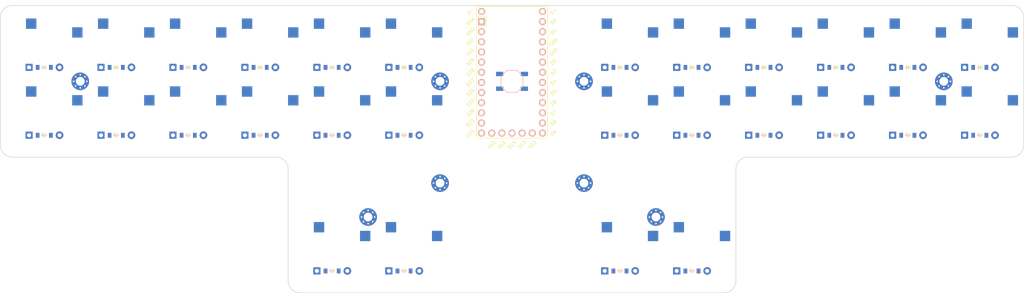
<source format=kicad_pcb>


(kicad_pcb (version 20171130) (host pcbnew 5.1.6)

  (page A3)
  (title_block
    (title "pcb")
    (rev "v1.0.0")
    (company "Unknown")
  )

  (general
    (thickness 1.6)
  )

  (layers
    (0 F.Cu signal)
    (31 B.Cu signal)
    (32 B.Adhes user)
    (33 F.Adhes user)
    (34 B.Paste user)
    (35 F.Paste user)
    (36 B.SilkS user)
    (37 F.SilkS user)
    (38 B.Mask user)
    (39 F.Mask user)
    (40 Dwgs.User user)
    (41 Cmts.User user)
    (42 Eco1.User user)
    (43 Eco2.User user)
    (44 Edge.Cuts user)
    (45 Margin user)
    (46 B.CrtYd user)
    (47 F.CrtYd user)
    (48 B.Fab user)
    (49 F.Fab user)
  )

  (setup
    (last_trace_width 0.25)
    (trace_clearance 0.2)
    (zone_clearance 0.508)
    (zone_45_only no)
    (trace_min 0.2)
    (via_size 0.8)
    (via_drill 0.4)
    (via_min_size 0.4)
    (via_min_drill 0.3)
    (uvia_size 0.3)
    (uvia_drill 0.1)
    (uvias_allowed no)
    (uvia_min_size 0.2)
    (uvia_min_drill 0.1)
    (edge_width 0.05)
    (segment_width 0.2)
    (pcb_text_width 0.3)
    (pcb_text_size 1.5 1.5)
    (mod_edge_width 0.12)
    (mod_text_size 1 1)
    (mod_text_width 0.15)
    (pad_size 1.524 1.524)
    (pad_drill 0.762)
    (pad_to_mask_clearance 0.05)
    (aux_axis_origin 0 0)
    (visible_elements FFFFFF7F)
    (pcbplotparams
      (layerselection 0x010fc_ffffffff)
      (usegerberextensions false)
      (usegerberattributes true)
      (usegerberadvancedattributes true)
      (creategerberjobfile true)
      (excludeedgelayer true)
      (linewidth 0.100000)
      (plotframeref false)
      (viasonmask false)
      (mode 1)
      (useauxorigin false)
      (hpglpennumber 1)
      (hpglpenspeed 20)
      (hpglpendiameter 15.000000)
      (psnegative false)
      (psa4output false)
      (plotreference true)
      (plotvalue true)
      (plotinvisibletext false)
      (padsonsilk false)
      (subtractmaskfromsilk false)
      (outputformat 1)
      (mirror false)
      (drillshape 1)
      (scaleselection 1)
      (outputdirectory ""))
  )

  (net 0 "")
(net 1 "D23")
(net 2 "outer_lbottom")
(net 3 "outer_ltop")
(net 4 "D20")
(net 5 "pinky_lbottom")
(net 6 "pinky_ltop")
(net 7 "D22")
(net 8 "ring_lbottom")
(net 9 "ring_ltop")
(net 10 "D26")
(net 11 "middle_lbottom")
(net 12 "middle_ltop")
(net 13 "D27")
(net 14 "index_lbottom")
(net 15 "index_ltop")
(net 16 "D28")
(net 17 "inner_lbottom")
(net 18 "inner_ltop")
(net 19 "D3")
(net 20 "inner_rbottom")
(net 21 "inner_rtop")
(net 22 "D4")
(net 23 "index_rbottom")
(net 24 "index_rtop")
(net 25 "D5")
(net 26 "middle_rbottom")
(net 27 "middle_rtop")
(net 28 "D6")
(net 29 "ring_rbottom")
(net 30 "ring_rtop")
(net 31 "D7")
(net 32 "pinky_rbottom")
(net 33 "pinky_rtop")
(net 34 "D8")
(net 35 "outer_rbottom")
(net 36 "outer_rtop")
(net 37 "outer_lttop")
(net 38 "inner_lttop")
(net 39 "inner_rttop")
(net 40 "outer_rttop")
(net 41 "D21")
(net 42 "D29")
(net 43 "D9")
(net 44 "D2")
(net 45 "D1")
(net 46 "Dm")
(net 47 "RAW")
(net 48 "GND")
(net 49 "RST")
(net 50 "VCC")
(net 51 "D12")
(net 52 "D13")
(net 53 "D14")
(net 54 "D15")
(net 55 "D16")
(net 56 "Dp")
(net 57 "D0")

  (net_class Default "This is the default net class."
    (clearance 0.2)
    (trace_width 0.25)
    (via_dia 0.8)
    (via_drill 0.4)
    (uvia_dia 0.3)
    (uvia_drill 0.1)
    (add_net "")
(add_net "D23")
(add_net "outer_lbottom")
(add_net "outer_ltop")
(add_net "D20")
(add_net "pinky_lbottom")
(add_net "pinky_ltop")
(add_net "D22")
(add_net "ring_lbottom")
(add_net "ring_ltop")
(add_net "D26")
(add_net "middle_lbottom")
(add_net "middle_ltop")
(add_net "D27")
(add_net "index_lbottom")
(add_net "index_ltop")
(add_net "D28")
(add_net "inner_lbottom")
(add_net "inner_ltop")
(add_net "D3")
(add_net "inner_rbottom")
(add_net "inner_rtop")
(add_net "D4")
(add_net "index_rbottom")
(add_net "index_rtop")
(add_net "D5")
(add_net "middle_rbottom")
(add_net "middle_rtop")
(add_net "D6")
(add_net "ring_rbottom")
(add_net "ring_rtop")
(add_net "D7")
(add_net "pinky_rbottom")
(add_net "pinky_rtop")
(add_net "D8")
(add_net "outer_rbottom")
(add_net "outer_rtop")
(add_net "outer_lttop")
(add_net "inner_lttop")
(add_net "inner_rttop")
(add_net "outer_rttop")
(add_net "D21")
(add_net "D29")
(add_net "D9")
(add_net "D2")
(add_net "D1")
(add_net "Dm")
(add_net "RAW")
(add_net "GND")
(add_net "RST")
(add_net "VCC")
(add_net "D12")
(add_net "D13")
(add_net "D14")
(add_net "D15")
(add_net "D16")
(add_net "Dp")
(add_net "D0")
  )

  
        
      (module PG1350 (layer F.Cu) (tedit 5DD50112)
      (at 100 100 0)

      
      (fp_text reference "S1" (at 0 0) (layer F.SilkS) hide (effects (font (size 1.27 1.27) (thickness 0.15))))
      (fp_text value "" (at 0 0) (layer F.SilkS) hide (effects (font (size 1.27 1.27) (thickness 0.15))))

      
      (fp_line (start -7 -6) (end -7 -7) (layer Dwgs.User) (width 0.15))
      (fp_line (start -7 7) (end -6 7) (layer Dwgs.User) (width 0.15))
      (fp_line (start -6 -7) (end -7 -7) (layer Dwgs.User) (width 0.15))
      (fp_line (start -7 7) (end -7 6) (layer Dwgs.User) (width 0.15))
      (fp_line (start 7 6) (end 7 7) (layer Dwgs.User) (width 0.15))
      (fp_line (start 7 -7) (end 6 -7) (layer Dwgs.User) (width 0.15))
      (fp_line (start 6 7) (end 7 7) (layer Dwgs.User) (width 0.15))
      (fp_line (start 7 -7) (end 7 -6) (layer Dwgs.User) (width 0.15))      
      
      
      (pad "" np_thru_hole circle (at 0 0) (size 3.429 3.429) (drill 3.429) (layers *.Cu *.Mask))
        
      
      (pad "" np_thru_hole circle (at 5.5 0) (size 1.7018 1.7018) (drill 1.7018) (layers *.Cu *.Mask))
      (pad "" np_thru_hole circle (at -5.5 0) (size 1.7018 1.7018) (drill 1.7018) (layers *.Cu *.Mask))
      
        
      
      (fp_line (start -9 -8.5) (end 9 -8.5) (layer Dwgs.User) (width 0.15))
      (fp_line (start 9 -8.5) (end 9 8.5) (layer Dwgs.User) (width 0.15))
      (fp_line (start 9 8.5) (end -9 8.5) (layer Dwgs.User) (width 0.15))
      (fp_line (start -9 8.5) (end -9 -8.5) (layer Dwgs.User) (width 0.15))
      
        
          
          (pad "" np_thru_hole circle (at 5 -3.75) (size 3 3) (drill 3) (layers *.Cu *.Mask))
          (pad "" np_thru_hole circle (at 0 -5.95) (size 3 3) (drill 3) (layers *.Cu *.Mask))
      
          
          (pad 1 smd rect (at -3.275 -5.95 0) (size 2.6 2.6) (layers B.Cu B.Paste B.Mask)  (net 1 "D23"))
          (pad 2 smd rect (at 8.275 -3.75 0) (size 2.6 2.6) (layers B.Cu B.Paste B.Mask)  (net 2 "outer_lbottom"))
        )
        

        
      (module PG1350 (layer F.Cu) (tedit 5DD50112)
      (at 100 83 0)

      
      (fp_text reference "S2" (at 0 0) (layer F.SilkS) hide (effects (font (size 1.27 1.27) (thickness 0.15))))
      (fp_text value "" (at 0 0) (layer F.SilkS) hide (effects (font (size 1.27 1.27) (thickness 0.15))))

      
      (fp_line (start -7 -6) (end -7 -7) (layer Dwgs.User) (width 0.15))
      (fp_line (start -7 7) (end -6 7) (layer Dwgs.User) (width 0.15))
      (fp_line (start -6 -7) (end -7 -7) (layer Dwgs.User) (width 0.15))
      (fp_line (start -7 7) (end -7 6) (layer Dwgs.User) (width 0.15))
      (fp_line (start 7 6) (end 7 7) (layer Dwgs.User) (width 0.15))
      (fp_line (start 7 -7) (end 6 -7) (layer Dwgs.User) (width 0.15))
      (fp_line (start 6 7) (end 7 7) (layer Dwgs.User) (width 0.15))
      (fp_line (start 7 -7) (end 7 -6) (layer Dwgs.User) (width 0.15))      
      
      
      (pad "" np_thru_hole circle (at 0 0) (size 3.429 3.429) (drill 3.429) (layers *.Cu *.Mask))
        
      
      (pad "" np_thru_hole circle (at 5.5 0) (size 1.7018 1.7018) (drill 1.7018) (layers *.Cu *.Mask))
      (pad "" np_thru_hole circle (at -5.5 0) (size 1.7018 1.7018) (drill 1.7018) (layers *.Cu *.Mask))
      
        
      
      (fp_line (start -9 -8.5) (end 9 -8.5) (layer Dwgs.User) (width 0.15))
      (fp_line (start 9 -8.5) (end 9 8.5) (layer Dwgs.User) (width 0.15))
      (fp_line (start 9 8.5) (end -9 8.5) (layer Dwgs.User) (width 0.15))
      (fp_line (start -9 8.5) (end -9 -8.5) (layer Dwgs.User) (width 0.15))
      
        
          
          (pad "" np_thru_hole circle (at 5 -3.75) (size 3 3) (drill 3) (layers *.Cu *.Mask))
          (pad "" np_thru_hole circle (at 0 -5.95) (size 3 3) (drill 3) (layers *.Cu *.Mask))
      
          
          (pad 1 smd rect (at -3.275 -5.95 0) (size 2.6 2.6) (layers B.Cu B.Paste B.Mask)  (net 1 "D23"))
          (pad 2 smd rect (at 8.275 -3.75 0) (size 2.6 2.6) (layers B.Cu B.Paste B.Mask)  (net 3 "outer_ltop"))
        )
        

        
      (module PG1350 (layer F.Cu) (tedit 5DD50112)
      (at 118 100 0)

      
      (fp_text reference "S3" (at 0 0) (layer F.SilkS) hide (effects (font (size 1.27 1.27) (thickness 0.15))))
      (fp_text value "" (at 0 0) (layer F.SilkS) hide (effects (font (size 1.27 1.27) (thickness 0.15))))

      
      (fp_line (start -7 -6) (end -7 -7) (layer Dwgs.User) (width 0.15))
      (fp_line (start -7 7) (end -6 7) (layer Dwgs.User) (width 0.15))
      (fp_line (start -6 -7) (end -7 -7) (layer Dwgs.User) (width 0.15))
      (fp_line (start -7 7) (end -7 6) (layer Dwgs.User) (width 0.15))
      (fp_line (start 7 6) (end 7 7) (layer Dwgs.User) (width 0.15))
      (fp_line (start 7 -7) (end 6 -7) (layer Dwgs.User) (width 0.15))
      (fp_line (start 6 7) (end 7 7) (layer Dwgs.User) (width 0.15))
      (fp_line (start 7 -7) (end 7 -6) (layer Dwgs.User) (width 0.15))      
      
      
      (pad "" np_thru_hole circle (at 0 0) (size 3.429 3.429) (drill 3.429) (layers *.Cu *.Mask))
        
      
      (pad "" np_thru_hole circle (at 5.5 0) (size 1.7018 1.7018) (drill 1.7018) (layers *.Cu *.Mask))
      (pad "" np_thru_hole circle (at -5.5 0) (size 1.7018 1.7018) (drill 1.7018) (layers *.Cu *.Mask))
      
        
      
      (fp_line (start -9 -8.5) (end 9 -8.5) (layer Dwgs.User) (width 0.15))
      (fp_line (start 9 -8.5) (end 9 8.5) (layer Dwgs.User) (width 0.15))
      (fp_line (start 9 8.5) (end -9 8.5) (layer Dwgs.User) (width 0.15))
      (fp_line (start -9 8.5) (end -9 -8.5) (layer Dwgs.User) (width 0.15))
      
        
          
          (pad "" np_thru_hole circle (at 5 -3.75) (size 3 3) (drill 3) (layers *.Cu *.Mask))
          (pad "" np_thru_hole circle (at 0 -5.95) (size 3 3) (drill 3) (layers *.Cu *.Mask))
      
          
          (pad 1 smd rect (at -3.275 -5.95 0) (size 2.6 2.6) (layers B.Cu B.Paste B.Mask)  (net 4 "D20"))
          (pad 2 smd rect (at 8.275 -3.75 0) (size 2.6 2.6) (layers B.Cu B.Paste B.Mask)  (net 5 "pinky_lbottom"))
        )
        

        
      (module PG1350 (layer F.Cu) (tedit 5DD50112)
      (at 118 83 0)

      
      (fp_text reference "S4" (at 0 0) (layer F.SilkS) hide (effects (font (size 1.27 1.27) (thickness 0.15))))
      (fp_text value "" (at 0 0) (layer F.SilkS) hide (effects (font (size 1.27 1.27) (thickness 0.15))))

      
      (fp_line (start -7 -6) (end -7 -7) (layer Dwgs.User) (width 0.15))
      (fp_line (start -7 7) (end -6 7) (layer Dwgs.User) (width 0.15))
      (fp_line (start -6 -7) (end -7 -7) (layer Dwgs.User) (width 0.15))
      (fp_line (start -7 7) (end -7 6) (layer Dwgs.User) (width 0.15))
      (fp_line (start 7 6) (end 7 7) (layer Dwgs.User) (width 0.15))
      (fp_line (start 7 -7) (end 6 -7) (layer Dwgs.User) (width 0.15))
      (fp_line (start 6 7) (end 7 7) (layer Dwgs.User) (width 0.15))
      (fp_line (start 7 -7) (end 7 -6) (layer Dwgs.User) (width 0.15))      
      
      
      (pad "" np_thru_hole circle (at 0 0) (size 3.429 3.429) (drill 3.429) (layers *.Cu *.Mask))
        
      
      (pad "" np_thru_hole circle (at 5.5 0) (size 1.7018 1.7018) (drill 1.7018) (layers *.Cu *.Mask))
      (pad "" np_thru_hole circle (at -5.5 0) (size 1.7018 1.7018) (drill 1.7018) (layers *.Cu *.Mask))
      
        
      
      (fp_line (start -9 -8.5) (end 9 -8.5) (layer Dwgs.User) (width 0.15))
      (fp_line (start 9 -8.5) (end 9 8.5) (layer Dwgs.User) (width 0.15))
      (fp_line (start 9 8.5) (end -9 8.5) (layer Dwgs.User) (width 0.15))
      (fp_line (start -9 8.5) (end -9 -8.5) (layer Dwgs.User) (width 0.15))
      
        
          
          (pad "" np_thru_hole circle (at 5 -3.75) (size 3 3) (drill 3) (layers *.Cu *.Mask))
          (pad "" np_thru_hole circle (at 0 -5.95) (size 3 3) (drill 3) (layers *.Cu *.Mask))
      
          
          (pad 1 smd rect (at -3.275 -5.95 0) (size 2.6 2.6) (layers B.Cu B.Paste B.Mask)  (net 4 "D20"))
          (pad 2 smd rect (at 8.275 -3.75 0) (size 2.6 2.6) (layers B.Cu B.Paste B.Mask)  (net 6 "pinky_ltop"))
        )
        

        
      (module PG1350 (layer F.Cu) (tedit 5DD50112)
      (at 136 100 0)

      
      (fp_text reference "S5" (at 0 0) (layer F.SilkS) hide (effects (font (size 1.27 1.27) (thickness 0.15))))
      (fp_text value "" (at 0 0) (layer F.SilkS) hide (effects (font (size 1.27 1.27) (thickness 0.15))))

      
      (fp_line (start -7 -6) (end -7 -7) (layer Dwgs.User) (width 0.15))
      (fp_line (start -7 7) (end -6 7) (layer Dwgs.User) (width 0.15))
      (fp_line (start -6 -7) (end -7 -7) (layer Dwgs.User) (width 0.15))
      (fp_line (start -7 7) (end -7 6) (layer Dwgs.User) (width 0.15))
      (fp_line (start 7 6) (end 7 7) (layer Dwgs.User) (width 0.15))
      (fp_line (start 7 -7) (end 6 -7) (layer Dwgs.User) (width 0.15))
      (fp_line (start 6 7) (end 7 7) (layer Dwgs.User) (width 0.15))
      (fp_line (start 7 -7) (end 7 -6) (layer Dwgs.User) (width 0.15))      
      
      
      (pad "" np_thru_hole circle (at 0 0) (size 3.429 3.429) (drill 3.429) (layers *.Cu *.Mask))
        
      
      (pad "" np_thru_hole circle (at 5.5 0) (size 1.7018 1.7018) (drill 1.7018) (layers *.Cu *.Mask))
      (pad "" np_thru_hole circle (at -5.5 0) (size 1.7018 1.7018) (drill 1.7018) (layers *.Cu *.Mask))
      
        
      
      (fp_line (start -9 -8.5) (end 9 -8.5) (layer Dwgs.User) (width 0.15))
      (fp_line (start 9 -8.5) (end 9 8.5) (layer Dwgs.User) (width 0.15))
      (fp_line (start 9 8.5) (end -9 8.5) (layer Dwgs.User) (width 0.15))
      (fp_line (start -9 8.5) (end -9 -8.5) (layer Dwgs.User) (width 0.15))
      
        
          
          (pad "" np_thru_hole circle (at 5 -3.75) (size 3 3) (drill 3) (layers *.Cu *.Mask))
          (pad "" np_thru_hole circle (at 0 -5.95) (size 3 3) (drill 3) (layers *.Cu *.Mask))
      
          
          (pad 1 smd rect (at -3.275 -5.95 0) (size 2.6 2.6) (layers B.Cu B.Paste B.Mask)  (net 7 "D22"))
          (pad 2 smd rect (at 8.275 -3.75 0) (size 2.6 2.6) (layers B.Cu B.Paste B.Mask)  (net 8 "ring_lbottom"))
        )
        

        
      (module PG1350 (layer F.Cu) (tedit 5DD50112)
      (at 136 83 0)

      
      (fp_text reference "S6" (at 0 0) (layer F.SilkS) hide (effects (font (size 1.27 1.27) (thickness 0.15))))
      (fp_text value "" (at 0 0) (layer F.SilkS) hide (effects (font (size 1.27 1.27) (thickness 0.15))))

      
      (fp_line (start -7 -6) (end -7 -7) (layer Dwgs.User) (width 0.15))
      (fp_line (start -7 7) (end -6 7) (layer Dwgs.User) (width 0.15))
      (fp_line (start -6 -7) (end -7 -7) (layer Dwgs.User) (width 0.15))
      (fp_line (start -7 7) (end -7 6) (layer Dwgs.User) (width 0.15))
      (fp_line (start 7 6) (end 7 7) (layer Dwgs.User) (width 0.15))
      (fp_line (start 7 -7) (end 6 -7) (layer Dwgs.User) (width 0.15))
      (fp_line (start 6 7) (end 7 7) (layer Dwgs.User) (width 0.15))
      (fp_line (start 7 -7) (end 7 -6) (layer Dwgs.User) (width 0.15))      
      
      
      (pad "" np_thru_hole circle (at 0 0) (size 3.429 3.429) (drill 3.429) (layers *.Cu *.Mask))
        
      
      (pad "" np_thru_hole circle (at 5.5 0) (size 1.7018 1.7018) (drill 1.7018) (layers *.Cu *.Mask))
      (pad "" np_thru_hole circle (at -5.5 0) (size 1.7018 1.7018) (drill 1.7018) (layers *.Cu *.Mask))
      
        
      
      (fp_line (start -9 -8.5) (end 9 -8.5) (layer Dwgs.User) (width 0.15))
      (fp_line (start 9 -8.5) (end 9 8.5) (layer Dwgs.User) (width 0.15))
      (fp_line (start 9 8.5) (end -9 8.5) (layer Dwgs.User) (width 0.15))
      (fp_line (start -9 8.5) (end -9 -8.5) (layer Dwgs.User) (width 0.15))
      
        
          
          (pad "" np_thru_hole circle (at 5 -3.75) (size 3 3) (drill 3) (layers *.Cu *.Mask))
          (pad "" np_thru_hole circle (at 0 -5.95) (size 3 3) (drill 3) (layers *.Cu *.Mask))
      
          
          (pad 1 smd rect (at -3.275 -5.95 0) (size 2.6 2.6) (layers B.Cu B.Paste B.Mask)  (net 7 "D22"))
          (pad 2 smd rect (at 8.275 -3.75 0) (size 2.6 2.6) (layers B.Cu B.Paste B.Mask)  (net 9 "ring_ltop"))
        )
        

        
      (module PG1350 (layer F.Cu) (tedit 5DD50112)
      (at 154 100 0)

      
      (fp_text reference "S7" (at 0 0) (layer F.SilkS) hide (effects (font (size 1.27 1.27) (thickness 0.15))))
      (fp_text value "" (at 0 0) (layer F.SilkS) hide (effects (font (size 1.27 1.27) (thickness 0.15))))

      
      (fp_line (start -7 -6) (end -7 -7) (layer Dwgs.User) (width 0.15))
      (fp_line (start -7 7) (end -6 7) (layer Dwgs.User) (width 0.15))
      (fp_line (start -6 -7) (end -7 -7) (layer Dwgs.User) (width 0.15))
      (fp_line (start -7 7) (end -7 6) (layer Dwgs.User) (width 0.15))
      (fp_line (start 7 6) (end 7 7) (layer Dwgs.User) (width 0.15))
      (fp_line (start 7 -7) (end 6 -7) (layer Dwgs.User) (width 0.15))
      (fp_line (start 6 7) (end 7 7) (layer Dwgs.User) (width 0.15))
      (fp_line (start 7 -7) (end 7 -6) (layer Dwgs.User) (width 0.15))      
      
      
      (pad "" np_thru_hole circle (at 0 0) (size 3.429 3.429) (drill 3.429) (layers *.Cu *.Mask))
        
      
      (pad "" np_thru_hole circle (at 5.5 0) (size 1.7018 1.7018) (drill 1.7018) (layers *.Cu *.Mask))
      (pad "" np_thru_hole circle (at -5.5 0) (size 1.7018 1.7018) (drill 1.7018) (layers *.Cu *.Mask))
      
        
      
      (fp_line (start -9 -8.5) (end 9 -8.5) (layer Dwgs.User) (width 0.15))
      (fp_line (start 9 -8.5) (end 9 8.5) (layer Dwgs.User) (width 0.15))
      (fp_line (start 9 8.5) (end -9 8.5) (layer Dwgs.User) (width 0.15))
      (fp_line (start -9 8.5) (end -9 -8.5) (layer Dwgs.User) (width 0.15))
      
        
          
          (pad "" np_thru_hole circle (at 5 -3.75) (size 3 3) (drill 3) (layers *.Cu *.Mask))
          (pad "" np_thru_hole circle (at 0 -5.95) (size 3 3) (drill 3) (layers *.Cu *.Mask))
      
          
          (pad 1 smd rect (at -3.275 -5.95 0) (size 2.6 2.6) (layers B.Cu B.Paste B.Mask)  (net 10 "D26"))
          (pad 2 smd rect (at 8.275 -3.75 0) (size 2.6 2.6) (layers B.Cu B.Paste B.Mask)  (net 11 "middle_lbottom"))
        )
        

        
      (module PG1350 (layer F.Cu) (tedit 5DD50112)
      (at 154 83 0)

      
      (fp_text reference "S8" (at 0 0) (layer F.SilkS) hide (effects (font (size 1.27 1.27) (thickness 0.15))))
      (fp_text value "" (at 0 0) (layer F.SilkS) hide (effects (font (size 1.27 1.27) (thickness 0.15))))

      
      (fp_line (start -7 -6) (end -7 -7) (layer Dwgs.User) (width 0.15))
      (fp_line (start -7 7) (end -6 7) (layer Dwgs.User) (width 0.15))
      (fp_line (start -6 -7) (end -7 -7) (layer Dwgs.User) (width 0.15))
      (fp_line (start -7 7) (end -7 6) (layer Dwgs.User) (width 0.15))
      (fp_line (start 7 6) (end 7 7) (layer Dwgs.User) (width 0.15))
      (fp_line (start 7 -7) (end 6 -7) (layer Dwgs.User) (width 0.15))
      (fp_line (start 6 7) (end 7 7) (layer Dwgs.User) (width 0.15))
      (fp_line (start 7 -7) (end 7 -6) (layer Dwgs.User) (width 0.15))      
      
      
      (pad "" np_thru_hole circle (at 0 0) (size 3.429 3.429) (drill 3.429) (layers *.Cu *.Mask))
        
      
      (pad "" np_thru_hole circle (at 5.5 0) (size 1.7018 1.7018) (drill 1.7018) (layers *.Cu *.Mask))
      (pad "" np_thru_hole circle (at -5.5 0) (size 1.7018 1.7018) (drill 1.7018) (layers *.Cu *.Mask))
      
        
      
      (fp_line (start -9 -8.5) (end 9 -8.5) (layer Dwgs.User) (width 0.15))
      (fp_line (start 9 -8.5) (end 9 8.5) (layer Dwgs.User) (width 0.15))
      (fp_line (start 9 8.5) (end -9 8.5) (layer Dwgs.User) (width 0.15))
      (fp_line (start -9 8.5) (end -9 -8.5) (layer Dwgs.User) (width 0.15))
      
        
          
          (pad "" np_thru_hole circle (at 5 -3.75) (size 3 3) (drill 3) (layers *.Cu *.Mask))
          (pad "" np_thru_hole circle (at 0 -5.95) (size 3 3) (drill 3) (layers *.Cu *.Mask))
      
          
          (pad 1 smd rect (at -3.275 -5.95 0) (size 2.6 2.6) (layers B.Cu B.Paste B.Mask)  (net 10 "D26"))
          (pad 2 smd rect (at 8.275 -3.75 0) (size 2.6 2.6) (layers B.Cu B.Paste B.Mask)  (net 12 "middle_ltop"))
        )
        

        
      (module PG1350 (layer F.Cu) (tedit 5DD50112)
      (at 172 100 0)

      
      (fp_text reference "S9" (at 0 0) (layer F.SilkS) hide (effects (font (size 1.27 1.27) (thickness 0.15))))
      (fp_text value "" (at 0 0) (layer F.SilkS) hide (effects (font (size 1.27 1.27) (thickness 0.15))))

      
      (fp_line (start -7 -6) (end -7 -7) (layer Dwgs.User) (width 0.15))
      (fp_line (start -7 7) (end -6 7) (layer Dwgs.User) (width 0.15))
      (fp_line (start -6 -7) (end -7 -7) (layer Dwgs.User) (width 0.15))
      (fp_line (start -7 7) (end -7 6) (layer Dwgs.User) (width 0.15))
      (fp_line (start 7 6) (end 7 7) (layer Dwgs.User) (width 0.15))
      (fp_line (start 7 -7) (end 6 -7) (layer Dwgs.User) (width 0.15))
      (fp_line (start 6 7) (end 7 7) (layer Dwgs.User) (width 0.15))
      (fp_line (start 7 -7) (end 7 -6) (layer Dwgs.User) (width 0.15))      
      
      
      (pad "" np_thru_hole circle (at 0 0) (size 3.429 3.429) (drill 3.429) (layers *.Cu *.Mask))
        
      
      (pad "" np_thru_hole circle (at 5.5 0) (size 1.7018 1.7018) (drill 1.7018) (layers *.Cu *.Mask))
      (pad "" np_thru_hole circle (at -5.5 0) (size 1.7018 1.7018) (drill 1.7018) (layers *.Cu *.Mask))
      
        
      
      (fp_line (start -9 -8.5) (end 9 -8.5) (layer Dwgs.User) (width 0.15))
      (fp_line (start 9 -8.5) (end 9 8.5) (layer Dwgs.User) (width 0.15))
      (fp_line (start 9 8.5) (end -9 8.5) (layer Dwgs.User) (width 0.15))
      (fp_line (start -9 8.5) (end -9 -8.5) (layer Dwgs.User) (width 0.15))
      
        
          
          (pad "" np_thru_hole circle (at 5 -3.75) (size 3 3) (drill 3) (layers *.Cu *.Mask))
          (pad "" np_thru_hole circle (at 0 -5.95) (size 3 3) (drill 3) (layers *.Cu *.Mask))
      
          
          (pad 1 smd rect (at -3.275 -5.95 0) (size 2.6 2.6) (layers B.Cu B.Paste B.Mask)  (net 13 "D27"))
          (pad 2 smd rect (at 8.275 -3.75 0) (size 2.6 2.6) (layers B.Cu B.Paste B.Mask)  (net 14 "index_lbottom"))
        )
        

        
      (module PG1350 (layer F.Cu) (tedit 5DD50112)
      (at 172 83 0)

      
      (fp_text reference "S10" (at 0 0) (layer F.SilkS) hide (effects (font (size 1.27 1.27) (thickness 0.15))))
      (fp_text value "" (at 0 0) (layer F.SilkS) hide (effects (font (size 1.27 1.27) (thickness 0.15))))

      
      (fp_line (start -7 -6) (end -7 -7) (layer Dwgs.User) (width 0.15))
      (fp_line (start -7 7) (end -6 7) (layer Dwgs.User) (width 0.15))
      (fp_line (start -6 -7) (end -7 -7) (layer Dwgs.User) (width 0.15))
      (fp_line (start -7 7) (end -7 6) (layer Dwgs.User) (width 0.15))
      (fp_line (start 7 6) (end 7 7) (layer Dwgs.User) (width 0.15))
      (fp_line (start 7 -7) (end 6 -7) (layer Dwgs.User) (width 0.15))
      (fp_line (start 6 7) (end 7 7) (layer Dwgs.User) (width 0.15))
      (fp_line (start 7 -7) (end 7 -6) (layer Dwgs.User) (width 0.15))      
      
      
      (pad "" np_thru_hole circle (at 0 0) (size 3.429 3.429) (drill 3.429) (layers *.Cu *.Mask))
        
      
      (pad "" np_thru_hole circle (at 5.5 0) (size 1.7018 1.7018) (drill 1.7018) (layers *.Cu *.Mask))
      (pad "" np_thru_hole circle (at -5.5 0) (size 1.7018 1.7018) (drill 1.7018) (layers *.Cu *.Mask))
      
        
      
      (fp_line (start -9 -8.5) (end 9 -8.5) (layer Dwgs.User) (width 0.15))
      (fp_line (start 9 -8.5) (end 9 8.5) (layer Dwgs.User) (width 0.15))
      (fp_line (start 9 8.5) (end -9 8.5) (layer Dwgs.User) (width 0.15))
      (fp_line (start -9 8.5) (end -9 -8.5) (layer Dwgs.User) (width 0.15))
      
        
          
          (pad "" np_thru_hole circle (at 5 -3.75) (size 3 3) (drill 3) (layers *.Cu *.Mask))
          (pad "" np_thru_hole circle (at 0 -5.95) (size 3 3) (drill 3) (layers *.Cu *.Mask))
      
          
          (pad 1 smd rect (at -3.275 -5.95 0) (size 2.6 2.6) (layers B.Cu B.Paste B.Mask)  (net 13 "D27"))
          (pad 2 smd rect (at 8.275 -3.75 0) (size 2.6 2.6) (layers B.Cu B.Paste B.Mask)  (net 15 "index_ltop"))
        )
        

        
      (module PG1350 (layer F.Cu) (tedit 5DD50112)
      (at 190 100 0)

      
      (fp_text reference "S11" (at 0 0) (layer F.SilkS) hide (effects (font (size 1.27 1.27) (thickness 0.15))))
      (fp_text value "" (at 0 0) (layer F.SilkS) hide (effects (font (size 1.27 1.27) (thickness 0.15))))

      
      (fp_line (start -7 -6) (end -7 -7) (layer Dwgs.User) (width 0.15))
      (fp_line (start -7 7) (end -6 7) (layer Dwgs.User) (width 0.15))
      (fp_line (start -6 -7) (end -7 -7) (layer Dwgs.User) (width 0.15))
      (fp_line (start -7 7) (end -7 6) (layer Dwgs.User) (width 0.15))
      (fp_line (start 7 6) (end 7 7) (layer Dwgs.User) (width 0.15))
      (fp_line (start 7 -7) (end 6 -7) (layer Dwgs.User) (width 0.15))
      (fp_line (start 6 7) (end 7 7) (layer Dwgs.User) (width 0.15))
      (fp_line (start 7 -7) (end 7 -6) (layer Dwgs.User) (width 0.15))      
      
      
      (pad "" np_thru_hole circle (at 0 0) (size 3.429 3.429) (drill 3.429) (layers *.Cu *.Mask))
        
      
      (pad "" np_thru_hole circle (at 5.5 0) (size 1.7018 1.7018) (drill 1.7018) (layers *.Cu *.Mask))
      (pad "" np_thru_hole circle (at -5.5 0) (size 1.7018 1.7018) (drill 1.7018) (layers *.Cu *.Mask))
      
        
      
      (fp_line (start -9 -8.5) (end 9 -8.5) (layer Dwgs.User) (width 0.15))
      (fp_line (start 9 -8.5) (end 9 8.5) (layer Dwgs.User) (width 0.15))
      (fp_line (start 9 8.5) (end -9 8.5) (layer Dwgs.User) (width 0.15))
      (fp_line (start -9 8.5) (end -9 -8.5) (layer Dwgs.User) (width 0.15))
      
        
          
          (pad "" np_thru_hole circle (at 5 -3.75) (size 3 3) (drill 3) (layers *.Cu *.Mask))
          (pad "" np_thru_hole circle (at 0 -5.95) (size 3 3) (drill 3) (layers *.Cu *.Mask))
      
          
          (pad 1 smd rect (at -3.275 -5.95 0) (size 2.6 2.6) (layers B.Cu B.Paste B.Mask)  (net 16 "D28"))
          (pad 2 smd rect (at 8.275 -3.75 0) (size 2.6 2.6) (layers B.Cu B.Paste B.Mask)  (net 17 "inner_lbottom"))
        )
        

        
      (module PG1350 (layer F.Cu) (tedit 5DD50112)
      (at 190 83 0)

      
      (fp_text reference "S12" (at 0 0) (layer F.SilkS) hide (effects (font (size 1.27 1.27) (thickness 0.15))))
      (fp_text value "" (at 0 0) (layer F.SilkS) hide (effects (font (size 1.27 1.27) (thickness 0.15))))

      
      (fp_line (start -7 -6) (end -7 -7) (layer Dwgs.User) (width 0.15))
      (fp_line (start -7 7) (end -6 7) (layer Dwgs.User) (width 0.15))
      (fp_line (start -6 -7) (end -7 -7) (layer Dwgs.User) (width 0.15))
      (fp_line (start -7 7) (end -7 6) (layer Dwgs.User) (width 0.15))
      (fp_line (start 7 6) (end 7 7) (layer Dwgs.User) (width 0.15))
      (fp_line (start 7 -7) (end 6 -7) (layer Dwgs.User) (width 0.15))
      (fp_line (start 6 7) (end 7 7) (layer Dwgs.User) (width 0.15))
      (fp_line (start 7 -7) (end 7 -6) (layer Dwgs.User) (width 0.15))      
      
      
      (pad "" np_thru_hole circle (at 0 0) (size 3.429 3.429) (drill 3.429) (layers *.Cu *.Mask))
        
      
      (pad "" np_thru_hole circle (at 5.5 0) (size 1.7018 1.7018) (drill 1.7018) (layers *.Cu *.Mask))
      (pad "" np_thru_hole circle (at -5.5 0) (size 1.7018 1.7018) (drill 1.7018) (layers *.Cu *.Mask))
      
        
      
      (fp_line (start -9 -8.5) (end 9 -8.5) (layer Dwgs.User) (width 0.15))
      (fp_line (start 9 -8.5) (end 9 8.5) (layer Dwgs.User) (width 0.15))
      (fp_line (start 9 8.5) (end -9 8.5) (layer Dwgs.User) (width 0.15))
      (fp_line (start -9 8.5) (end -9 -8.5) (layer Dwgs.User) (width 0.15))
      
        
          
          (pad "" np_thru_hole circle (at 5 -3.75) (size 3 3) (drill 3) (layers *.Cu *.Mask))
          (pad "" np_thru_hole circle (at 0 -5.95) (size 3 3) (drill 3) (layers *.Cu *.Mask))
      
          
          (pad 1 smd rect (at -3.275 -5.95 0) (size 2.6 2.6) (layers B.Cu B.Paste B.Mask)  (net 16 "D28"))
          (pad 2 smd rect (at 8.275 -3.75 0) (size 2.6 2.6) (layers B.Cu B.Paste B.Mask)  (net 18 "inner_ltop"))
        )
        

        
      (module PG1350 (layer F.Cu) (tedit 5DD50112)
      (at 244 100 0)

      
      (fp_text reference "S13" (at 0 0) (layer F.SilkS) hide (effects (font (size 1.27 1.27) (thickness 0.15))))
      (fp_text value "" (at 0 0) (layer F.SilkS) hide (effects (font (size 1.27 1.27) (thickness 0.15))))

      
      (fp_line (start -7 -6) (end -7 -7) (layer Dwgs.User) (width 0.15))
      (fp_line (start -7 7) (end -6 7) (layer Dwgs.User) (width 0.15))
      (fp_line (start -6 -7) (end -7 -7) (layer Dwgs.User) (width 0.15))
      (fp_line (start -7 7) (end -7 6) (layer Dwgs.User) (width 0.15))
      (fp_line (start 7 6) (end 7 7) (layer Dwgs.User) (width 0.15))
      (fp_line (start 7 -7) (end 6 -7) (layer Dwgs.User) (width 0.15))
      (fp_line (start 6 7) (end 7 7) (layer Dwgs.User) (width 0.15))
      (fp_line (start 7 -7) (end 7 -6) (layer Dwgs.User) (width 0.15))      
      
      
      (pad "" np_thru_hole circle (at 0 0) (size 3.429 3.429) (drill 3.429) (layers *.Cu *.Mask))
        
      
      (pad "" np_thru_hole circle (at 5.5 0) (size 1.7018 1.7018) (drill 1.7018) (layers *.Cu *.Mask))
      (pad "" np_thru_hole circle (at -5.5 0) (size 1.7018 1.7018) (drill 1.7018) (layers *.Cu *.Mask))
      
        
      
      (fp_line (start -9 -8.5) (end 9 -8.5) (layer Dwgs.User) (width 0.15))
      (fp_line (start 9 -8.5) (end 9 8.5) (layer Dwgs.User) (width 0.15))
      (fp_line (start 9 8.5) (end -9 8.5) (layer Dwgs.User) (width 0.15))
      (fp_line (start -9 8.5) (end -9 -8.5) (layer Dwgs.User) (width 0.15))
      
        
          
          (pad "" np_thru_hole circle (at 5 -3.75) (size 3 3) (drill 3) (layers *.Cu *.Mask))
          (pad "" np_thru_hole circle (at 0 -5.95) (size 3 3) (drill 3) (layers *.Cu *.Mask))
      
          
          (pad 1 smd rect (at -3.275 -5.95 0) (size 2.6 2.6) (layers B.Cu B.Paste B.Mask)  (net 19 "D3"))
          (pad 2 smd rect (at 8.275 -3.75 0) (size 2.6 2.6) (layers B.Cu B.Paste B.Mask)  (net 20 "inner_rbottom"))
        )
        

        
      (module PG1350 (layer F.Cu) (tedit 5DD50112)
      (at 244 83 0)

      
      (fp_text reference "S14" (at 0 0) (layer F.SilkS) hide (effects (font (size 1.27 1.27) (thickness 0.15))))
      (fp_text value "" (at 0 0) (layer F.SilkS) hide (effects (font (size 1.27 1.27) (thickness 0.15))))

      
      (fp_line (start -7 -6) (end -7 -7) (layer Dwgs.User) (width 0.15))
      (fp_line (start -7 7) (end -6 7) (layer Dwgs.User) (width 0.15))
      (fp_line (start -6 -7) (end -7 -7) (layer Dwgs.User) (width 0.15))
      (fp_line (start -7 7) (end -7 6) (layer Dwgs.User) (width 0.15))
      (fp_line (start 7 6) (end 7 7) (layer Dwgs.User) (width 0.15))
      (fp_line (start 7 -7) (end 6 -7) (layer Dwgs.User) (width 0.15))
      (fp_line (start 6 7) (end 7 7) (layer Dwgs.User) (width 0.15))
      (fp_line (start 7 -7) (end 7 -6) (layer Dwgs.User) (width 0.15))      
      
      
      (pad "" np_thru_hole circle (at 0 0) (size 3.429 3.429) (drill 3.429) (layers *.Cu *.Mask))
        
      
      (pad "" np_thru_hole circle (at 5.5 0) (size 1.7018 1.7018) (drill 1.7018) (layers *.Cu *.Mask))
      (pad "" np_thru_hole circle (at -5.5 0) (size 1.7018 1.7018) (drill 1.7018) (layers *.Cu *.Mask))
      
        
      
      (fp_line (start -9 -8.5) (end 9 -8.5) (layer Dwgs.User) (width 0.15))
      (fp_line (start 9 -8.5) (end 9 8.5) (layer Dwgs.User) (width 0.15))
      (fp_line (start 9 8.5) (end -9 8.5) (layer Dwgs.User) (width 0.15))
      (fp_line (start -9 8.5) (end -9 -8.5) (layer Dwgs.User) (width 0.15))
      
        
          
          (pad "" np_thru_hole circle (at 5 -3.75) (size 3 3) (drill 3) (layers *.Cu *.Mask))
          (pad "" np_thru_hole circle (at 0 -5.95) (size 3 3) (drill 3) (layers *.Cu *.Mask))
      
          
          (pad 1 smd rect (at -3.275 -5.95 0) (size 2.6 2.6) (layers B.Cu B.Paste B.Mask)  (net 19 "D3"))
          (pad 2 smd rect (at 8.275 -3.75 0) (size 2.6 2.6) (layers B.Cu B.Paste B.Mask)  (net 21 "inner_rtop"))
        )
        

        
      (module PG1350 (layer F.Cu) (tedit 5DD50112)
      (at 262 100 0)

      
      (fp_text reference "S15" (at 0 0) (layer F.SilkS) hide (effects (font (size 1.27 1.27) (thickness 0.15))))
      (fp_text value "" (at 0 0) (layer F.SilkS) hide (effects (font (size 1.27 1.27) (thickness 0.15))))

      
      (fp_line (start -7 -6) (end -7 -7) (layer Dwgs.User) (width 0.15))
      (fp_line (start -7 7) (end -6 7) (layer Dwgs.User) (width 0.15))
      (fp_line (start -6 -7) (end -7 -7) (layer Dwgs.User) (width 0.15))
      (fp_line (start -7 7) (end -7 6) (layer Dwgs.User) (width 0.15))
      (fp_line (start 7 6) (end 7 7) (layer Dwgs.User) (width 0.15))
      (fp_line (start 7 -7) (end 6 -7) (layer Dwgs.User) (width 0.15))
      (fp_line (start 6 7) (end 7 7) (layer Dwgs.User) (width 0.15))
      (fp_line (start 7 -7) (end 7 -6) (layer Dwgs.User) (width 0.15))      
      
      
      (pad "" np_thru_hole circle (at 0 0) (size 3.429 3.429) (drill 3.429) (layers *.Cu *.Mask))
        
      
      (pad "" np_thru_hole circle (at 5.5 0) (size 1.7018 1.7018) (drill 1.7018) (layers *.Cu *.Mask))
      (pad "" np_thru_hole circle (at -5.5 0) (size 1.7018 1.7018) (drill 1.7018) (layers *.Cu *.Mask))
      
        
      
      (fp_line (start -9 -8.5) (end 9 -8.5) (layer Dwgs.User) (width 0.15))
      (fp_line (start 9 -8.5) (end 9 8.5) (layer Dwgs.User) (width 0.15))
      (fp_line (start 9 8.5) (end -9 8.5) (layer Dwgs.User) (width 0.15))
      (fp_line (start -9 8.5) (end -9 -8.5) (layer Dwgs.User) (width 0.15))
      
        
          
          (pad "" np_thru_hole circle (at 5 -3.75) (size 3 3) (drill 3) (layers *.Cu *.Mask))
          (pad "" np_thru_hole circle (at 0 -5.95) (size 3 3) (drill 3) (layers *.Cu *.Mask))
      
          
          (pad 1 smd rect (at -3.275 -5.95 0) (size 2.6 2.6) (layers B.Cu B.Paste B.Mask)  (net 22 "D4"))
          (pad 2 smd rect (at 8.275 -3.75 0) (size 2.6 2.6) (layers B.Cu B.Paste B.Mask)  (net 23 "index_rbottom"))
        )
        

        
      (module PG1350 (layer F.Cu) (tedit 5DD50112)
      (at 262 83 0)

      
      (fp_text reference "S16" (at 0 0) (layer F.SilkS) hide (effects (font (size 1.27 1.27) (thickness 0.15))))
      (fp_text value "" (at 0 0) (layer F.SilkS) hide (effects (font (size 1.27 1.27) (thickness 0.15))))

      
      (fp_line (start -7 -6) (end -7 -7) (layer Dwgs.User) (width 0.15))
      (fp_line (start -7 7) (end -6 7) (layer Dwgs.User) (width 0.15))
      (fp_line (start -6 -7) (end -7 -7) (layer Dwgs.User) (width 0.15))
      (fp_line (start -7 7) (end -7 6) (layer Dwgs.User) (width 0.15))
      (fp_line (start 7 6) (end 7 7) (layer Dwgs.User) (width 0.15))
      (fp_line (start 7 -7) (end 6 -7) (layer Dwgs.User) (width 0.15))
      (fp_line (start 6 7) (end 7 7) (layer Dwgs.User) (width 0.15))
      (fp_line (start 7 -7) (end 7 -6) (layer Dwgs.User) (width 0.15))      
      
      
      (pad "" np_thru_hole circle (at 0 0) (size 3.429 3.429) (drill 3.429) (layers *.Cu *.Mask))
        
      
      (pad "" np_thru_hole circle (at 5.5 0) (size 1.7018 1.7018) (drill 1.7018) (layers *.Cu *.Mask))
      (pad "" np_thru_hole circle (at -5.5 0) (size 1.7018 1.7018) (drill 1.7018) (layers *.Cu *.Mask))
      
        
      
      (fp_line (start -9 -8.5) (end 9 -8.5) (layer Dwgs.User) (width 0.15))
      (fp_line (start 9 -8.5) (end 9 8.5) (layer Dwgs.User) (width 0.15))
      (fp_line (start 9 8.5) (end -9 8.5) (layer Dwgs.User) (width 0.15))
      (fp_line (start -9 8.5) (end -9 -8.5) (layer Dwgs.User) (width 0.15))
      
        
          
          (pad "" np_thru_hole circle (at 5 -3.75) (size 3 3) (drill 3) (layers *.Cu *.Mask))
          (pad "" np_thru_hole circle (at 0 -5.95) (size 3 3) (drill 3) (layers *.Cu *.Mask))
      
          
          (pad 1 smd rect (at -3.275 -5.95 0) (size 2.6 2.6) (layers B.Cu B.Paste B.Mask)  (net 22 "D4"))
          (pad 2 smd rect (at 8.275 -3.75 0) (size 2.6 2.6) (layers B.Cu B.Paste B.Mask)  (net 24 "index_rtop"))
        )
        

        
      (module PG1350 (layer F.Cu) (tedit 5DD50112)
      (at 280 100 0)

      
      (fp_text reference "S17" (at 0 0) (layer F.SilkS) hide (effects (font (size 1.27 1.27) (thickness 0.15))))
      (fp_text value "" (at 0 0) (layer F.SilkS) hide (effects (font (size 1.27 1.27) (thickness 0.15))))

      
      (fp_line (start -7 -6) (end -7 -7) (layer Dwgs.User) (width 0.15))
      (fp_line (start -7 7) (end -6 7) (layer Dwgs.User) (width 0.15))
      (fp_line (start -6 -7) (end -7 -7) (layer Dwgs.User) (width 0.15))
      (fp_line (start -7 7) (end -7 6) (layer Dwgs.User) (width 0.15))
      (fp_line (start 7 6) (end 7 7) (layer Dwgs.User) (width 0.15))
      (fp_line (start 7 -7) (end 6 -7) (layer Dwgs.User) (width 0.15))
      (fp_line (start 6 7) (end 7 7) (layer Dwgs.User) (width 0.15))
      (fp_line (start 7 -7) (end 7 -6) (layer Dwgs.User) (width 0.15))      
      
      
      (pad "" np_thru_hole circle (at 0 0) (size 3.429 3.429) (drill 3.429) (layers *.Cu *.Mask))
        
      
      (pad "" np_thru_hole circle (at 5.5 0) (size 1.7018 1.7018) (drill 1.7018) (layers *.Cu *.Mask))
      (pad "" np_thru_hole circle (at -5.5 0) (size 1.7018 1.7018) (drill 1.7018) (layers *.Cu *.Mask))
      
        
      
      (fp_line (start -9 -8.5) (end 9 -8.5) (layer Dwgs.User) (width 0.15))
      (fp_line (start 9 -8.5) (end 9 8.5) (layer Dwgs.User) (width 0.15))
      (fp_line (start 9 8.5) (end -9 8.5) (layer Dwgs.User) (width 0.15))
      (fp_line (start -9 8.5) (end -9 -8.5) (layer Dwgs.User) (width 0.15))
      
        
          
          (pad "" np_thru_hole circle (at 5 -3.75) (size 3 3) (drill 3) (layers *.Cu *.Mask))
          (pad "" np_thru_hole circle (at 0 -5.95) (size 3 3) (drill 3) (layers *.Cu *.Mask))
      
          
          (pad 1 smd rect (at -3.275 -5.95 0) (size 2.6 2.6) (layers B.Cu B.Paste B.Mask)  (net 25 "D5"))
          (pad 2 smd rect (at 8.275 -3.75 0) (size 2.6 2.6) (layers B.Cu B.Paste B.Mask)  (net 26 "middle_rbottom"))
        )
        

        
      (module PG1350 (layer F.Cu) (tedit 5DD50112)
      (at 280 83 0)

      
      (fp_text reference "S18" (at 0 0) (layer F.SilkS) hide (effects (font (size 1.27 1.27) (thickness 0.15))))
      (fp_text value "" (at 0 0) (layer F.SilkS) hide (effects (font (size 1.27 1.27) (thickness 0.15))))

      
      (fp_line (start -7 -6) (end -7 -7) (layer Dwgs.User) (width 0.15))
      (fp_line (start -7 7) (end -6 7) (layer Dwgs.User) (width 0.15))
      (fp_line (start -6 -7) (end -7 -7) (layer Dwgs.User) (width 0.15))
      (fp_line (start -7 7) (end -7 6) (layer Dwgs.User) (width 0.15))
      (fp_line (start 7 6) (end 7 7) (layer Dwgs.User) (width 0.15))
      (fp_line (start 7 -7) (end 6 -7) (layer Dwgs.User) (width 0.15))
      (fp_line (start 6 7) (end 7 7) (layer Dwgs.User) (width 0.15))
      (fp_line (start 7 -7) (end 7 -6) (layer Dwgs.User) (width 0.15))      
      
      
      (pad "" np_thru_hole circle (at 0 0) (size 3.429 3.429) (drill 3.429) (layers *.Cu *.Mask))
        
      
      (pad "" np_thru_hole circle (at 5.5 0) (size 1.7018 1.7018) (drill 1.7018) (layers *.Cu *.Mask))
      (pad "" np_thru_hole circle (at -5.5 0) (size 1.7018 1.7018) (drill 1.7018) (layers *.Cu *.Mask))
      
        
      
      (fp_line (start -9 -8.5) (end 9 -8.5) (layer Dwgs.User) (width 0.15))
      (fp_line (start 9 -8.5) (end 9 8.5) (layer Dwgs.User) (width 0.15))
      (fp_line (start 9 8.5) (end -9 8.5) (layer Dwgs.User) (width 0.15))
      (fp_line (start -9 8.5) (end -9 -8.5) (layer Dwgs.User) (width 0.15))
      
        
          
          (pad "" np_thru_hole circle (at 5 -3.75) (size 3 3) (drill 3) (layers *.Cu *.Mask))
          (pad "" np_thru_hole circle (at 0 -5.95) (size 3 3) (drill 3) (layers *.Cu *.Mask))
      
          
          (pad 1 smd rect (at -3.275 -5.95 0) (size 2.6 2.6) (layers B.Cu B.Paste B.Mask)  (net 25 "D5"))
          (pad 2 smd rect (at 8.275 -3.75 0) (size 2.6 2.6) (layers B.Cu B.Paste B.Mask)  (net 27 "middle_rtop"))
        )
        

        
      (module PG1350 (layer F.Cu) (tedit 5DD50112)
      (at 298 100 0)

      
      (fp_text reference "S19" (at 0 0) (layer F.SilkS) hide (effects (font (size 1.27 1.27) (thickness 0.15))))
      (fp_text value "" (at 0 0) (layer F.SilkS) hide (effects (font (size 1.27 1.27) (thickness 0.15))))

      
      (fp_line (start -7 -6) (end -7 -7) (layer Dwgs.User) (width 0.15))
      (fp_line (start -7 7) (end -6 7) (layer Dwgs.User) (width 0.15))
      (fp_line (start -6 -7) (end -7 -7) (layer Dwgs.User) (width 0.15))
      (fp_line (start -7 7) (end -7 6) (layer Dwgs.User) (width 0.15))
      (fp_line (start 7 6) (end 7 7) (layer Dwgs.User) (width 0.15))
      (fp_line (start 7 -7) (end 6 -7) (layer Dwgs.User) (width 0.15))
      (fp_line (start 6 7) (end 7 7) (layer Dwgs.User) (width 0.15))
      (fp_line (start 7 -7) (end 7 -6) (layer Dwgs.User) (width 0.15))      
      
      
      (pad "" np_thru_hole circle (at 0 0) (size 3.429 3.429) (drill 3.429) (layers *.Cu *.Mask))
        
      
      (pad "" np_thru_hole circle (at 5.5 0) (size 1.7018 1.7018) (drill 1.7018) (layers *.Cu *.Mask))
      (pad "" np_thru_hole circle (at -5.5 0) (size 1.7018 1.7018) (drill 1.7018) (layers *.Cu *.Mask))
      
        
      
      (fp_line (start -9 -8.5) (end 9 -8.5) (layer Dwgs.User) (width 0.15))
      (fp_line (start 9 -8.5) (end 9 8.5) (layer Dwgs.User) (width 0.15))
      (fp_line (start 9 8.5) (end -9 8.5) (layer Dwgs.User) (width 0.15))
      (fp_line (start -9 8.5) (end -9 -8.5) (layer Dwgs.User) (width 0.15))
      
        
          
          (pad "" np_thru_hole circle (at 5 -3.75) (size 3 3) (drill 3) (layers *.Cu *.Mask))
          (pad "" np_thru_hole circle (at 0 -5.95) (size 3 3) (drill 3) (layers *.Cu *.Mask))
      
          
          (pad 1 smd rect (at -3.275 -5.95 0) (size 2.6 2.6) (layers B.Cu B.Paste B.Mask)  (net 28 "D6"))
          (pad 2 smd rect (at 8.275 -3.75 0) (size 2.6 2.6) (layers B.Cu B.Paste B.Mask)  (net 29 "ring_rbottom"))
        )
        

        
      (module PG1350 (layer F.Cu) (tedit 5DD50112)
      (at 298 83 0)

      
      (fp_text reference "S20" (at 0 0) (layer F.SilkS) hide (effects (font (size 1.27 1.27) (thickness 0.15))))
      (fp_text value "" (at 0 0) (layer F.SilkS) hide (effects (font (size 1.27 1.27) (thickness 0.15))))

      
      (fp_line (start -7 -6) (end -7 -7) (layer Dwgs.User) (width 0.15))
      (fp_line (start -7 7) (end -6 7) (layer Dwgs.User) (width 0.15))
      (fp_line (start -6 -7) (end -7 -7) (layer Dwgs.User) (width 0.15))
      (fp_line (start -7 7) (end -7 6) (layer Dwgs.User) (width 0.15))
      (fp_line (start 7 6) (end 7 7) (layer Dwgs.User) (width 0.15))
      (fp_line (start 7 -7) (end 6 -7) (layer Dwgs.User) (width 0.15))
      (fp_line (start 6 7) (end 7 7) (layer Dwgs.User) (width 0.15))
      (fp_line (start 7 -7) (end 7 -6) (layer Dwgs.User) (width 0.15))      
      
      
      (pad "" np_thru_hole circle (at 0 0) (size 3.429 3.429) (drill 3.429) (layers *.Cu *.Mask))
        
      
      (pad "" np_thru_hole circle (at 5.5 0) (size 1.7018 1.7018) (drill 1.7018) (layers *.Cu *.Mask))
      (pad "" np_thru_hole circle (at -5.5 0) (size 1.7018 1.7018) (drill 1.7018) (layers *.Cu *.Mask))
      
        
      
      (fp_line (start -9 -8.5) (end 9 -8.5) (layer Dwgs.User) (width 0.15))
      (fp_line (start 9 -8.5) (end 9 8.5) (layer Dwgs.User) (width 0.15))
      (fp_line (start 9 8.5) (end -9 8.5) (layer Dwgs.User) (width 0.15))
      (fp_line (start -9 8.5) (end -9 -8.5) (layer Dwgs.User) (width 0.15))
      
        
          
          (pad "" np_thru_hole circle (at 5 -3.75) (size 3 3) (drill 3) (layers *.Cu *.Mask))
          (pad "" np_thru_hole circle (at 0 -5.95) (size 3 3) (drill 3) (layers *.Cu *.Mask))
      
          
          (pad 1 smd rect (at -3.275 -5.95 0) (size 2.6 2.6) (layers B.Cu B.Paste B.Mask)  (net 28 "D6"))
          (pad 2 smd rect (at 8.275 -3.75 0) (size 2.6 2.6) (layers B.Cu B.Paste B.Mask)  (net 30 "ring_rtop"))
        )
        

        
      (module PG1350 (layer F.Cu) (tedit 5DD50112)
      (at 316 100 0)

      
      (fp_text reference "S21" (at 0 0) (layer F.SilkS) hide (effects (font (size 1.27 1.27) (thickness 0.15))))
      (fp_text value "" (at 0 0) (layer F.SilkS) hide (effects (font (size 1.27 1.27) (thickness 0.15))))

      
      (fp_line (start -7 -6) (end -7 -7) (layer Dwgs.User) (width 0.15))
      (fp_line (start -7 7) (end -6 7) (layer Dwgs.User) (width 0.15))
      (fp_line (start -6 -7) (end -7 -7) (layer Dwgs.User) (width 0.15))
      (fp_line (start -7 7) (end -7 6) (layer Dwgs.User) (width 0.15))
      (fp_line (start 7 6) (end 7 7) (layer Dwgs.User) (width 0.15))
      (fp_line (start 7 -7) (end 6 -7) (layer Dwgs.User) (width 0.15))
      (fp_line (start 6 7) (end 7 7) (layer Dwgs.User) (width 0.15))
      (fp_line (start 7 -7) (end 7 -6) (layer Dwgs.User) (width 0.15))      
      
      
      (pad "" np_thru_hole circle (at 0 0) (size 3.429 3.429) (drill 3.429) (layers *.Cu *.Mask))
        
      
      (pad "" np_thru_hole circle (at 5.5 0) (size 1.7018 1.7018) (drill 1.7018) (layers *.Cu *.Mask))
      (pad "" np_thru_hole circle (at -5.5 0) (size 1.7018 1.7018) (drill 1.7018) (layers *.Cu *.Mask))
      
        
      
      (fp_line (start -9 -8.5) (end 9 -8.5) (layer Dwgs.User) (width 0.15))
      (fp_line (start 9 -8.5) (end 9 8.5) (layer Dwgs.User) (width 0.15))
      (fp_line (start 9 8.5) (end -9 8.5) (layer Dwgs.User) (width 0.15))
      (fp_line (start -9 8.5) (end -9 -8.5) (layer Dwgs.User) (width 0.15))
      
        
          
          (pad "" np_thru_hole circle (at 5 -3.75) (size 3 3) (drill 3) (layers *.Cu *.Mask))
          (pad "" np_thru_hole circle (at 0 -5.95) (size 3 3) (drill 3) (layers *.Cu *.Mask))
      
          
          (pad 1 smd rect (at -3.275 -5.95 0) (size 2.6 2.6) (layers B.Cu B.Paste B.Mask)  (net 31 "D7"))
          (pad 2 smd rect (at 8.275 -3.75 0) (size 2.6 2.6) (layers B.Cu B.Paste B.Mask)  (net 32 "pinky_rbottom"))
        )
        

        
      (module PG1350 (layer F.Cu) (tedit 5DD50112)
      (at 316 83 0)

      
      (fp_text reference "S22" (at 0 0) (layer F.SilkS) hide (effects (font (size 1.27 1.27) (thickness 0.15))))
      (fp_text value "" (at 0 0) (layer F.SilkS) hide (effects (font (size 1.27 1.27) (thickness 0.15))))

      
      (fp_line (start -7 -6) (end -7 -7) (layer Dwgs.User) (width 0.15))
      (fp_line (start -7 7) (end -6 7) (layer Dwgs.User) (width 0.15))
      (fp_line (start -6 -7) (end -7 -7) (layer Dwgs.User) (width 0.15))
      (fp_line (start -7 7) (end -7 6) (layer Dwgs.User) (width 0.15))
      (fp_line (start 7 6) (end 7 7) (layer Dwgs.User) (width 0.15))
      (fp_line (start 7 -7) (end 6 -7) (layer Dwgs.User) (width 0.15))
      (fp_line (start 6 7) (end 7 7) (layer Dwgs.User) (width 0.15))
      (fp_line (start 7 -7) (end 7 -6) (layer Dwgs.User) (width 0.15))      
      
      
      (pad "" np_thru_hole circle (at 0 0) (size 3.429 3.429) (drill 3.429) (layers *.Cu *.Mask))
        
      
      (pad "" np_thru_hole circle (at 5.5 0) (size 1.7018 1.7018) (drill 1.7018) (layers *.Cu *.Mask))
      (pad "" np_thru_hole circle (at -5.5 0) (size 1.7018 1.7018) (drill 1.7018) (layers *.Cu *.Mask))
      
        
      
      (fp_line (start -9 -8.5) (end 9 -8.5) (layer Dwgs.User) (width 0.15))
      (fp_line (start 9 -8.5) (end 9 8.5) (layer Dwgs.User) (width 0.15))
      (fp_line (start 9 8.5) (end -9 8.5) (layer Dwgs.User) (width 0.15))
      (fp_line (start -9 8.5) (end -9 -8.5) (layer Dwgs.User) (width 0.15))
      
        
          
          (pad "" np_thru_hole circle (at 5 -3.75) (size 3 3) (drill 3) (layers *.Cu *.Mask))
          (pad "" np_thru_hole circle (at 0 -5.95) (size 3 3) (drill 3) (layers *.Cu *.Mask))
      
          
          (pad 1 smd rect (at -3.275 -5.95 0) (size 2.6 2.6) (layers B.Cu B.Paste B.Mask)  (net 31 "D7"))
          (pad 2 smd rect (at 8.275 -3.75 0) (size 2.6 2.6) (layers B.Cu B.Paste B.Mask)  (net 33 "pinky_rtop"))
        )
        

        
      (module PG1350 (layer F.Cu) (tedit 5DD50112)
      (at 334 100 0)

      
      (fp_text reference "S23" (at 0 0) (layer F.SilkS) hide (effects (font (size 1.27 1.27) (thickness 0.15))))
      (fp_text value "" (at 0 0) (layer F.SilkS) hide (effects (font (size 1.27 1.27) (thickness 0.15))))

      
      (fp_line (start -7 -6) (end -7 -7) (layer Dwgs.User) (width 0.15))
      (fp_line (start -7 7) (end -6 7) (layer Dwgs.User) (width 0.15))
      (fp_line (start -6 -7) (end -7 -7) (layer Dwgs.User) (width 0.15))
      (fp_line (start -7 7) (end -7 6) (layer Dwgs.User) (width 0.15))
      (fp_line (start 7 6) (end 7 7) (layer Dwgs.User) (width 0.15))
      (fp_line (start 7 -7) (end 6 -7) (layer Dwgs.User) (width 0.15))
      (fp_line (start 6 7) (end 7 7) (layer Dwgs.User) (width 0.15))
      (fp_line (start 7 -7) (end 7 -6) (layer Dwgs.User) (width 0.15))      
      
      
      (pad "" np_thru_hole circle (at 0 0) (size 3.429 3.429) (drill 3.429) (layers *.Cu *.Mask))
        
      
      (pad "" np_thru_hole circle (at 5.5 0) (size 1.7018 1.7018) (drill 1.7018) (layers *.Cu *.Mask))
      (pad "" np_thru_hole circle (at -5.5 0) (size 1.7018 1.7018) (drill 1.7018) (layers *.Cu *.Mask))
      
        
      
      (fp_line (start -9 -8.5) (end 9 -8.5) (layer Dwgs.User) (width 0.15))
      (fp_line (start 9 -8.5) (end 9 8.5) (layer Dwgs.User) (width 0.15))
      (fp_line (start 9 8.5) (end -9 8.5) (layer Dwgs.User) (width 0.15))
      (fp_line (start -9 8.5) (end -9 -8.5) (layer Dwgs.User) (width 0.15))
      
        
          
          (pad "" np_thru_hole circle (at 5 -3.75) (size 3 3) (drill 3) (layers *.Cu *.Mask))
          (pad "" np_thru_hole circle (at 0 -5.95) (size 3 3) (drill 3) (layers *.Cu *.Mask))
      
          
          (pad 1 smd rect (at -3.275 -5.95 0) (size 2.6 2.6) (layers B.Cu B.Paste B.Mask)  (net 34 "D8"))
          (pad 2 smd rect (at 8.275 -3.75 0) (size 2.6 2.6) (layers B.Cu B.Paste B.Mask)  (net 35 "outer_rbottom"))
        )
        

        
      (module PG1350 (layer F.Cu) (tedit 5DD50112)
      (at 334 83 0)

      
      (fp_text reference "S24" (at 0 0) (layer F.SilkS) hide (effects (font (size 1.27 1.27) (thickness 0.15))))
      (fp_text value "" (at 0 0) (layer F.SilkS) hide (effects (font (size 1.27 1.27) (thickness 0.15))))

      
      (fp_line (start -7 -6) (end -7 -7) (layer Dwgs.User) (width 0.15))
      (fp_line (start -7 7) (end -6 7) (layer Dwgs.User) (width 0.15))
      (fp_line (start -6 -7) (end -7 -7) (layer Dwgs.User) (width 0.15))
      (fp_line (start -7 7) (end -7 6) (layer Dwgs.User) (width 0.15))
      (fp_line (start 7 6) (end 7 7) (layer Dwgs.User) (width 0.15))
      (fp_line (start 7 -7) (end 6 -7) (layer Dwgs.User) (width 0.15))
      (fp_line (start 6 7) (end 7 7) (layer Dwgs.User) (width 0.15))
      (fp_line (start 7 -7) (end 7 -6) (layer Dwgs.User) (width 0.15))      
      
      
      (pad "" np_thru_hole circle (at 0 0) (size 3.429 3.429) (drill 3.429) (layers *.Cu *.Mask))
        
      
      (pad "" np_thru_hole circle (at 5.5 0) (size 1.7018 1.7018) (drill 1.7018) (layers *.Cu *.Mask))
      (pad "" np_thru_hole circle (at -5.5 0) (size 1.7018 1.7018) (drill 1.7018) (layers *.Cu *.Mask))
      
        
      
      (fp_line (start -9 -8.5) (end 9 -8.5) (layer Dwgs.User) (width 0.15))
      (fp_line (start 9 -8.5) (end 9 8.5) (layer Dwgs.User) (width 0.15))
      (fp_line (start 9 8.5) (end -9 8.5) (layer Dwgs.User) (width 0.15))
      (fp_line (start -9 8.5) (end -9 -8.5) (layer Dwgs.User) (width 0.15))
      
        
          
          (pad "" np_thru_hole circle (at 5 -3.75) (size 3 3) (drill 3) (layers *.Cu *.Mask))
          (pad "" np_thru_hole circle (at 0 -5.95) (size 3 3) (drill 3) (layers *.Cu *.Mask))
      
          
          (pad 1 smd rect (at -3.275 -5.95 0) (size 2.6 2.6) (layers B.Cu B.Paste B.Mask)  (net 34 "D8"))
          (pad 2 smd rect (at 8.275 -3.75 0) (size 2.6 2.6) (layers B.Cu B.Paste B.Mask)  (net 36 "outer_rtop"))
        )
        

        
      (module PG1350 (layer F.Cu) (tedit 5DD50112)
      (at 172 134 0)

      
      (fp_text reference "S25" (at 0 0) (layer F.SilkS) hide (effects (font (size 1.27 1.27) (thickness 0.15))))
      (fp_text value "" (at 0 0) (layer F.SilkS) hide (effects (font (size 1.27 1.27) (thickness 0.15))))

      
      (fp_line (start -7 -6) (end -7 -7) (layer Dwgs.User) (width 0.15))
      (fp_line (start -7 7) (end -6 7) (layer Dwgs.User) (width 0.15))
      (fp_line (start -6 -7) (end -7 -7) (layer Dwgs.User) (width 0.15))
      (fp_line (start -7 7) (end -7 6) (layer Dwgs.User) (width 0.15))
      (fp_line (start 7 6) (end 7 7) (layer Dwgs.User) (width 0.15))
      (fp_line (start 7 -7) (end 6 -7) (layer Dwgs.User) (width 0.15))
      (fp_line (start 6 7) (end 7 7) (layer Dwgs.User) (width 0.15))
      (fp_line (start 7 -7) (end 7 -6) (layer Dwgs.User) (width 0.15))      
      
      
      (pad "" np_thru_hole circle (at 0 0) (size 3.429 3.429) (drill 3.429) (layers *.Cu *.Mask))
        
      
      (pad "" np_thru_hole circle (at 5.5 0) (size 1.7018 1.7018) (drill 1.7018) (layers *.Cu *.Mask))
      (pad "" np_thru_hole circle (at -5.5 0) (size 1.7018 1.7018) (drill 1.7018) (layers *.Cu *.Mask))
      
        
      
      (fp_line (start -9 -8.5) (end 9 -8.5) (layer Dwgs.User) (width 0.15))
      (fp_line (start 9 -8.5) (end 9 8.5) (layer Dwgs.User) (width 0.15))
      (fp_line (start 9 8.5) (end -9 8.5) (layer Dwgs.User) (width 0.15))
      (fp_line (start -9 8.5) (end -9 -8.5) (layer Dwgs.User) (width 0.15))
      
        
          
          (pad "" np_thru_hole circle (at 5 -3.75) (size 3 3) (drill 3) (layers *.Cu *.Mask))
          (pad "" np_thru_hole circle (at 0 -5.95) (size 3 3) (drill 3) (layers *.Cu *.Mask))
      
          
          (pad 1 smd rect (at -3.275 -5.95 0) (size 2.6 2.6) (layers B.Cu B.Paste B.Mask)  (net 13 "D27"))
          (pad 2 smd rect (at 8.275 -3.75 0) (size 2.6 2.6) (layers B.Cu B.Paste B.Mask)  (net 37 "outer_lttop"))
        )
        

        
      (module PG1350 (layer F.Cu) (tedit 5DD50112)
      (at 190 134 0)

      
      (fp_text reference "S26" (at 0 0) (layer F.SilkS) hide (effects (font (size 1.27 1.27) (thickness 0.15))))
      (fp_text value "" (at 0 0) (layer F.SilkS) hide (effects (font (size 1.27 1.27) (thickness 0.15))))

      
      (fp_line (start -7 -6) (end -7 -7) (layer Dwgs.User) (width 0.15))
      (fp_line (start -7 7) (end -6 7) (layer Dwgs.User) (width 0.15))
      (fp_line (start -6 -7) (end -7 -7) (layer Dwgs.User) (width 0.15))
      (fp_line (start -7 7) (end -7 6) (layer Dwgs.User) (width 0.15))
      (fp_line (start 7 6) (end 7 7) (layer Dwgs.User) (width 0.15))
      (fp_line (start 7 -7) (end 6 -7) (layer Dwgs.User) (width 0.15))
      (fp_line (start 6 7) (end 7 7) (layer Dwgs.User) (width 0.15))
      (fp_line (start 7 -7) (end 7 -6) (layer Dwgs.User) (width 0.15))      
      
      
      (pad "" np_thru_hole circle (at 0 0) (size 3.429 3.429) (drill 3.429) (layers *.Cu *.Mask))
        
      
      (pad "" np_thru_hole circle (at 5.5 0) (size 1.7018 1.7018) (drill 1.7018) (layers *.Cu *.Mask))
      (pad "" np_thru_hole circle (at -5.5 0) (size 1.7018 1.7018) (drill 1.7018) (layers *.Cu *.Mask))
      
        
      
      (fp_line (start -9 -8.5) (end 9 -8.5) (layer Dwgs.User) (width 0.15))
      (fp_line (start 9 -8.5) (end 9 8.5) (layer Dwgs.User) (width 0.15))
      (fp_line (start 9 8.5) (end -9 8.5) (layer Dwgs.User) (width 0.15))
      (fp_line (start -9 8.5) (end -9 -8.5) (layer Dwgs.User) (width 0.15))
      
        
          
          (pad "" np_thru_hole circle (at 5 -3.75) (size 3 3) (drill 3) (layers *.Cu *.Mask))
          (pad "" np_thru_hole circle (at 0 -5.95) (size 3 3) (drill 3) (layers *.Cu *.Mask))
      
          
          (pad 1 smd rect (at -3.275 -5.95 0) (size 2.6 2.6) (layers B.Cu B.Paste B.Mask)  (net 16 "D28"))
          (pad 2 smd rect (at 8.275 -3.75 0) (size 2.6 2.6) (layers B.Cu B.Paste B.Mask)  (net 38 "inner_lttop"))
        )
        

        
      (module PG1350 (layer F.Cu) (tedit 5DD50112)
      (at 244 134 0)

      
      (fp_text reference "S27" (at 0 0) (layer F.SilkS) hide (effects (font (size 1.27 1.27) (thickness 0.15))))
      (fp_text value "" (at 0 0) (layer F.SilkS) hide (effects (font (size 1.27 1.27) (thickness 0.15))))

      
      (fp_line (start -7 -6) (end -7 -7) (layer Dwgs.User) (width 0.15))
      (fp_line (start -7 7) (end -6 7) (layer Dwgs.User) (width 0.15))
      (fp_line (start -6 -7) (end -7 -7) (layer Dwgs.User) (width 0.15))
      (fp_line (start -7 7) (end -7 6) (layer Dwgs.User) (width 0.15))
      (fp_line (start 7 6) (end 7 7) (layer Dwgs.User) (width 0.15))
      (fp_line (start 7 -7) (end 6 -7) (layer Dwgs.User) (width 0.15))
      (fp_line (start 6 7) (end 7 7) (layer Dwgs.User) (width 0.15))
      (fp_line (start 7 -7) (end 7 -6) (layer Dwgs.User) (width 0.15))      
      
      
      (pad "" np_thru_hole circle (at 0 0) (size 3.429 3.429) (drill 3.429) (layers *.Cu *.Mask))
        
      
      (pad "" np_thru_hole circle (at 5.5 0) (size 1.7018 1.7018) (drill 1.7018) (layers *.Cu *.Mask))
      (pad "" np_thru_hole circle (at -5.5 0) (size 1.7018 1.7018) (drill 1.7018) (layers *.Cu *.Mask))
      
        
      
      (fp_line (start -9 -8.5) (end 9 -8.5) (layer Dwgs.User) (width 0.15))
      (fp_line (start 9 -8.5) (end 9 8.5) (layer Dwgs.User) (width 0.15))
      (fp_line (start 9 8.5) (end -9 8.5) (layer Dwgs.User) (width 0.15))
      (fp_line (start -9 8.5) (end -9 -8.5) (layer Dwgs.User) (width 0.15))
      
        
          
          (pad "" np_thru_hole circle (at 5 -3.75) (size 3 3) (drill 3) (layers *.Cu *.Mask))
          (pad "" np_thru_hole circle (at 0 -5.95) (size 3 3) (drill 3) (layers *.Cu *.Mask))
      
          
          (pad 1 smd rect (at -3.275 -5.95 0) (size 2.6 2.6) (layers B.Cu B.Paste B.Mask)  (net 19 "D3"))
          (pad 2 smd rect (at 8.275 -3.75 0) (size 2.6 2.6) (layers B.Cu B.Paste B.Mask)  (net 39 "inner_rttop"))
        )
        

        
      (module PG1350 (layer F.Cu) (tedit 5DD50112)
      (at 262 134 0)

      
      (fp_text reference "S28" (at 0 0) (layer F.SilkS) hide (effects (font (size 1.27 1.27) (thickness 0.15))))
      (fp_text value "" (at 0 0) (layer F.SilkS) hide (effects (font (size 1.27 1.27) (thickness 0.15))))

      
      (fp_line (start -7 -6) (end -7 -7) (layer Dwgs.User) (width 0.15))
      (fp_line (start -7 7) (end -6 7) (layer Dwgs.User) (width 0.15))
      (fp_line (start -6 -7) (end -7 -7) (layer Dwgs.User) (width 0.15))
      (fp_line (start -7 7) (end -7 6) (layer Dwgs.User) (width 0.15))
      (fp_line (start 7 6) (end 7 7) (layer Dwgs.User) (width 0.15))
      (fp_line (start 7 -7) (end 6 -7) (layer Dwgs.User) (width 0.15))
      (fp_line (start 6 7) (end 7 7) (layer Dwgs.User) (width 0.15))
      (fp_line (start 7 -7) (end 7 -6) (layer Dwgs.User) (width 0.15))      
      
      
      (pad "" np_thru_hole circle (at 0 0) (size 3.429 3.429) (drill 3.429) (layers *.Cu *.Mask))
        
      
      (pad "" np_thru_hole circle (at 5.5 0) (size 1.7018 1.7018) (drill 1.7018) (layers *.Cu *.Mask))
      (pad "" np_thru_hole circle (at -5.5 0) (size 1.7018 1.7018) (drill 1.7018) (layers *.Cu *.Mask))
      
        
      
      (fp_line (start -9 -8.5) (end 9 -8.5) (layer Dwgs.User) (width 0.15))
      (fp_line (start 9 -8.5) (end 9 8.5) (layer Dwgs.User) (width 0.15))
      (fp_line (start 9 8.5) (end -9 8.5) (layer Dwgs.User) (width 0.15))
      (fp_line (start -9 8.5) (end -9 -8.5) (layer Dwgs.User) (width 0.15))
      
        
          
          (pad "" np_thru_hole circle (at 5 -3.75) (size 3 3) (drill 3) (layers *.Cu *.Mask))
          (pad "" np_thru_hole circle (at 0 -5.95) (size 3 3) (drill 3) (layers *.Cu *.Mask))
      
          
          (pad 1 smd rect (at -3.275 -5.95 0) (size 2.6 2.6) (layers B.Cu B.Paste B.Mask)  (net 22 "D4"))
          (pad 2 smd rect (at 8.275 -3.75 0) (size 2.6 2.6) (layers B.Cu B.Paste B.Mask)  (net 40 "outer_rttop"))
        )
        

  
    (module ComboDiode (layer F.Cu) (tedit 5B24D78E)


        (at 100 105 0)

        
        (fp_text reference "D1" (at 0 0) (layer F.SilkS) hide (effects (font (size 1.27 1.27) (thickness 0.15))))
        (fp_text value "" (at 0 0) (layer F.SilkS) hide (effects (font (size 1.27 1.27) (thickness 0.15))))
        
        
        (fp_line (start 0.25 0) (end 0.75 0) (layer F.SilkS) (width 0.1))
        (fp_line (start 0.25 0.4) (end -0.35 0) (layer F.SilkS) (width 0.1))
        (fp_line (start 0.25 -0.4) (end 0.25 0.4) (layer F.SilkS) (width 0.1))
        (fp_line (start -0.35 0) (end 0.25 -0.4) (layer F.SilkS) (width 0.1))
        (fp_line (start -0.35 0) (end -0.35 0.55) (layer F.SilkS) (width 0.1))
        (fp_line (start -0.35 0) (end -0.35 -0.55) (layer F.SilkS) (width 0.1))
        (fp_line (start -0.75 0) (end -0.35 0) (layer F.SilkS) (width 0.1))
        (fp_line (start 0.25 0) (end 0.75 0) (layer B.SilkS) (width 0.1))
        (fp_line (start 0.25 0.4) (end -0.35 0) (layer B.SilkS) (width 0.1))
        (fp_line (start 0.25 -0.4) (end 0.25 0.4) (layer B.SilkS) (width 0.1))
        (fp_line (start -0.35 0) (end 0.25 -0.4) (layer B.SilkS) (width 0.1))
        (fp_line (start -0.35 0) (end -0.35 0.55) (layer B.SilkS) (width 0.1))
        (fp_line (start -0.35 0) (end -0.35 -0.55) (layer B.SilkS) (width 0.1))
        (fp_line (start -0.75 0) (end -0.35 0) (layer B.SilkS) (width 0.1))
    
        
        (pad 1 smd rect (at -1.65 0 0) (size 0.9 1.2) (layers F.Cu F.Paste F.Mask) (net 41 "D21"))
        (pad 2 smd rect (at 1.65 0 0) (size 0.9 1.2) (layers B.Cu B.Paste B.Mask) (net 2 "outer_lbottom"))
        (pad 1 smd rect (at -1.65 0 0) (size 0.9 1.2) (layers B.Cu B.Paste B.Mask) (net 41 "D21"))
        (pad 2 smd rect (at 1.65 0 0) (size 0.9 1.2) (layers F.Cu F.Paste F.Mask) (net 2 "outer_lbottom"))
        
        
        (pad 1 thru_hole rect (at -3.81 0 0) (size 1.778 1.778) (drill 0.9906) (layers *.Cu *.Mask) (net 41 "D21"))
        (pad 2 thru_hole circle (at 3.81 0 0) (size 1.905 1.905) (drill 0.9906) (layers *.Cu *.Mask) (net 2 "outer_lbottom"))
    )
  
    

  
    (module ComboDiode (layer F.Cu) (tedit 5B24D78E)


        (at 100 88 0)

        
        (fp_text reference "D2" (at 0 0) (layer F.SilkS) hide (effects (font (size 1.27 1.27) (thickness 0.15))))
        (fp_text value "" (at 0 0) (layer F.SilkS) hide (effects (font (size 1.27 1.27) (thickness 0.15))))
        
        
        (fp_line (start 0.25 0) (end 0.75 0) (layer F.SilkS) (width 0.1))
        (fp_line (start 0.25 0.4) (end -0.35 0) (layer F.SilkS) (width 0.1))
        (fp_line (start 0.25 -0.4) (end 0.25 0.4) (layer F.SilkS) (width 0.1))
        (fp_line (start -0.35 0) (end 0.25 -0.4) (layer F.SilkS) (width 0.1))
        (fp_line (start -0.35 0) (end -0.35 0.55) (layer F.SilkS) (width 0.1))
        (fp_line (start -0.35 0) (end -0.35 -0.55) (layer F.SilkS) (width 0.1))
        (fp_line (start -0.75 0) (end -0.35 0) (layer F.SilkS) (width 0.1))
        (fp_line (start 0.25 0) (end 0.75 0) (layer B.SilkS) (width 0.1))
        (fp_line (start 0.25 0.4) (end -0.35 0) (layer B.SilkS) (width 0.1))
        (fp_line (start 0.25 -0.4) (end 0.25 0.4) (layer B.SilkS) (width 0.1))
        (fp_line (start -0.35 0) (end 0.25 -0.4) (layer B.SilkS) (width 0.1))
        (fp_line (start -0.35 0) (end -0.35 0.55) (layer B.SilkS) (width 0.1))
        (fp_line (start -0.35 0) (end -0.35 -0.55) (layer B.SilkS) (width 0.1))
        (fp_line (start -0.75 0) (end -0.35 0) (layer B.SilkS) (width 0.1))
    
        
        (pad 1 smd rect (at -1.65 0 0) (size 0.9 1.2) (layers F.Cu F.Paste F.Mask) (net 42 "D29"))
        (pad 2 smd rect (at 1.65 0 0) (size 0.9 1.2) (layers B.Cu B.Paste B.Mask) (net 3 "outer_ltop"))
        (pad 1 smd rect (at -1.65 0 0) (size 0.9 1.2) (layers B.Cu B.Paste B.Mask) (net 42 "D29"))
        (pad 2 smd rect (at 1.65 0 0) (size 0.9 1.2) (layers F.Cu F.Paste F.Mask) (net 3 "outer_ltop"))
        
        
        (pad 1 thru_hole rect (at -3.81 0 0) (size 1.778 1.778) (drill 0.9906) (layers *.Cu *.Mask) (net 42 "D29"))
        (pad 2 thru_hole circle (at 3.81 0 0) (size 1.905 1.905) (drill 0.9906) (layers *.Cu *.Mask) (net 3 "outer_ltop"))
    )
  
    

  
    (module ComboDiode (layer F.Cu) (tedit 5B24D78E)


        (at 118 105 0)

        
        (fp_text reference "D3" (at 0 0) (layer F.SilkS) hide (effects (font (size 1.27 1.27) (thickness 0.15))))
        (fp_text value "" (at 0 0) (layer F.SilkS) hide (effects (font (size 1.27 1.27) (thickness 0.15))))
        
        
        (fp_line (start 0.25 0) (end 0.75 0) (layer F.SilkS) (width 0.1))
        (fp_line (start 0.25 0.4) (end -0.35 0) (layer F.SilkS) (width 0.1))
        (fp_line (start 0.25 -0.4) (end 0.25 0.4) (layer F.SilkS) (width 0.1))
        (fp_line (start -0.35 0) (end 0.25 -0.4) (layer F.SilkS) (width 0.1))
        (fp_line (start -0.35 0) (end -0.35 0.55) (layer F.SilkS) (width 0.1))
        (fp_line (start -0.35 0) (end -0.35 -0.55) (layer F.SilkS) (width 0.1))
        (fp_line (start -0.75 0) (end -0.35 0) (layer F.SilkS) (width 0.1))
        (fp_line (start 0.25 0) (end 0.75 0) (layer B.SilkS) (width 0.1))
        (fp_line (start 0.25 0.4) (end -0.35 0) (layer B.SilkS) (width 0.1))
        (fp_line (start 0.25 -0.4) (end 0.25 0.4) (layer B.SilkS) (width 0.1))
        (fp_line (start -0.35 0) (end 0.25 -0.4) (layer B.SilkS) (width 0.1))
        (fp_line (start -0.35 0) (end -0.35 0.55) (layer B.SilkS) (width 0.1))
        (fp_line (start -0.35 0) (end -0.35 -0.55) (layer B.SilkS) (width 0.1))
        (fp_line (start -0.75 0) (end -0.35 0) (layer B.SilkS) (width 0.1))
    
        
        (pad 1 smd rect (at -1.65 0 0) (size 0.9 1.2) (layers F.Cu F.Paste F.Mask) (net 41 "D21"))
        (pad 2 smd rect (at 1.65 0 0) (size 0.9 1.2) (layers B.Cu B.Paste B.Mask) (net 5 "pinky_lbottom"))
        (pad 1 smd rect (at -1.65 0 0) (size 0.9 1.2) (layers B.Cu B.Paste B.Mask) (net 41 "D21"))
        (pad 2 smd rect (at 1.65 0 0) (size 0.9 1.2) (layers F.Cu F.Paste F.Mask) (net 5 "pinky_lbottom"))
        
        
        (pad 1 thru_hole rect (at -3.81 0 0) (size 1.778 1.778) (drill 0.9906) (layers *.Cu *.Mask) (net 41 "D21"))
        (pad 2 thru_hole circle (at 3.81 0 0) (size 1.905 1.905) (drill 0.9906) (layers *.Cu *.Mask) (net 5 "pinky_lbottom"))
    )
  
    

  
    (module ComboDiode (layer F.Cu) (tedit 5B24D78E)


        (at 118 88 0)

        
        (fp_text reference "D4" (at 0 0) (layer F.SilkS) hide (effects (font (size 1.27 1.27) (thickness 0.15))))
        (fp_text value "" (at 0 0) (layer F.SilkS) hide (effects (font (size 1.27 1.27) (thickness 0.15))))
        
        
        (fp_line (start 0.25 0) (end 0.75 0) (layer F.SilkS) (width 0.1))
        (fp_line (start 0.25 0.4) (end -0.35 0) (layer F.SilkS) (width 0.1))
        (fp_line (start 0.25 -0.4) (end 0.25 0.4) (layer F.SilkS) (width 0.1))
        (fp_line (start -0.35 0) (end 0.25 -0.4) (layer F.SilkS) (width 0.1))
        (fp_line (start -0.35 0) (end -0.35 0.55) (layer F.SilkS) (width 0.1))
        (fp_line (start -0.35 0) (end -0.35 -0.55) (layer F.SilkS) (width 0.1))
        (fp_line (start -0.75 0) (end -0.35 0) (layer F.SilkS) (width 0.1))
        (fp_line (start 0.25 0) (end 0.75 0) (layer B.SilkS) (width 0.1))
        (fp_line (start 0.25 0.4) (end -0.35 0) (layer B.SilkS) (width 0.1))
        (fp_line (start 0.25 -0.4) (end 0.25 0.4) (layer B.SilkS) (width 0.1))
        (fp_line (start -0.35 0) (end 0.25 -0.4) (layer B.SilkS) (width 0.1))
        (fp_line (start -0.35 0) (end -0.35 0.55) (layer B.SilkS) (width 0.1))
        (fp_line (start -0.35 0) (end -0.35 -0.55) (layer B.SilkS) (width 0.1))
        (fp_line (start -0.75 0) (end -0.35 0) (layer B.SilkS) (width 0.1))
    
        
        (pad 1 smd rect (at -1.65 0 0) (size 0.9 1.2) (layers F.Cu F.Paste F.Mask) (net 42 "D29"))
        (pad 2 smd rect (at 1.65 0 0) (size 0.9 1.2) (layers B.Cu B.Paste B.Mask) (net 6 "pinky_ltop"))
        (pad 1 smd rect (at -1.65 0 0) (size 0.9 1.2) (layers B.Cu B.Paste B.Mask) (net 42 "D29"))
        (pad 2 smd rect (at 1.65 0 0) (size 0.9 1.2) (layers F.Cu F.Paste F.Mask) (net 6 "pinky_ltop"))
        
        
        (pad 1 thru_hole rect (at -3.81 0 0) (size 1.778 1.778) (drill 0.9906) (layers *.Cu *.Mask) (net 42 "D29"))
        (pad 2 thru_hole circle (at 3.81 0 0) (size 1.905 1.905) (drill 0.9906) (layers *.Cu *.Mask) (net 6 "pinky_ltop"))
    )
  
    

  
    (module ComboDiode (layer F.Cu) (tedit 5B24D78E)


        (at 136 105 0)

        
        (fp_text reference "D5" (at 0 0) (layer F.SilkS) hide (effects (font (size 1.27 1.27) (thickness 0.15))))
        (fp_text value "" (at 0 0) (layer F.SilkS) hide (effects (font (size 1.27 1.27) (thickness 0.15))))
        
        
        (fp_line (start 0.25 0) (end 0.75 0) (layer F.SilkS) (width 0.1))
        (fp_line (start 0.25 0.4) (end -0.35 0) (layer F.SilkS) (width 0.1))
        (fp_line (start 0.25 -0.4) (end 0.25 0.4) (layer F.SilkS) (width 0.1))
        (fp_line (start -0.35 0) (end 0.25 -0.4) (layer F.SilkS) (width 0.1))
        (fp_line (start -0.35 0) (end -0.35 0.55) (layer F.SilkS) (width 0.1))
        (fp_line (start -0.35 0) (end -0.35 -0.55) (layer F.SilkS) (width 0.1))
        (fp_line (start -0.75 0) (end -0.35 0) (layer F.SilkS) (width 0.1))
        (fp_line (start 0.25 0) (end 0.75 0) (layer B.SilkS) (width 0.1))
        (fp_line (start 0.25 0.4) (end -0.35 0) (layer B.SilkS) (width 0.1))
        (fp_line (start 0.25 -0.4) (end 0.25 0.4) (layer B.SilkS) (width 0.1))
        (fp_line (start -0.35 0) (end 0.25 -0.4) (layer B.SilkS) (width 0.1))
        (fp_line (start -0.35 0) (end -0.35 0.55) (layer B.SilkS) (width 0.1))
        (fp_line (start -0.35 0) (end -0.35 -0.55) (layer B.SilkS) (width 0.1))
        (fp_line (start -0.75 0) (end -0.35 0) (layer B.SilkS) (width 0.1))
    
        
        (pad 1 smd rect (at -1.65 0 0) (size 0.9 1.2) (layers F.Cu F.Paste F.Mask) (net 41 "D21"))
        (pad 2 smd rect (at 1.65 0 0) (size 0.9 1.2) (layers B.Cu B.Paste B.Mask) (net 8 "ring_lbottom"))
        (pad 1 smd rect (at -1.65 0 0) (size 0.9 1.2) (layers B.Cu B.Paste B.Mask) (net 41 "D21"))
        (pad 2 smd rect (at 1.65 0 0) (size 0.9 1.2) (layers F.Cu F.Paste F.Mask) (net 8 "ring_lbottom"))
        
        
        (pad 1 thru_hole rect (at -3.81 0 0) (size 1.778 1.778) (drill 0.9906) (layers *.Cu *.Mask) (net 41 "D21"))
        (pad 2 thru_hole circle (at 3.81 0 0) (size 1.905 1.905) (drill 0.9906) (layers *.Cu *.Mask) (net 8 "ring_lbottom"))
    )
  
    

  
    (module ComboDiode (layer F.Cu) (tedit 5B24D78E)


        (at 136 88 0)

        
        (fp_text reference "D6" (at 0 0) (layer F.SilkS) hide (effects (font (size 1.27 1.27) (thickness 0.15))))
        (fp_text value "" (at 0 0) (layer F.SilkS) hide (effects (font (size 1.27 1.27) (thickness 0.15))))
        
        
        (fp_line (start 0.25 0) (end 0.75 0) (layer F.SilkS) (width 0.1))
        (fp_line (start 0.25 0.4) (end -0.35 0) (layer F.SilkS) (width 0.1))
        (fp_line (start 0.25 -0.4) (end 0.25 0.4) (layer F.SilkS) (width 0.1))
        (fp_line (start -0.35 0) (end 0.25 -0.4) (layer F.SilkS) (width 0.1))
        (fp_line (start -0.35 0) (end -0.35 0.55) (layer F.SilkS) (width 0.1))
        (fp_line (start -0.35 0) (end -0.35 -0.55) (layer F.SilkS) (width 0.1))
        (fp_line (start -0.75 0) (end -0.35 0) (layer F.SilkS) (width 0.1))
        (fp_line (start 0.25 0) (end 0.75 0) (layer B.SilkS) (width 0.1))
        (fp_line (start 0.25 0.4) (end -0.35 0) (layer B.SilkS) (width 0.1))
        (fp_line (start 0.25 -0.4) (end 0.25 0.4) (layer B.SilkS) (width 0.1))
        (fp_line (start -0.35 0) (end 0.25 -0.4) (layer B.SilkS) (width 0.1))
        (fp_line (start -0.35 0) (end -0.35 0.55) (layer B.SilkS) (width 0.1))
        (fp_line (start -0.35 0) (end -0.35 -0.55) (layer B.SilkS) (width 0.1))
        (fp_line (start -0.75 0) (end -0.35 0) (layer B.SilkS) (width 0.1))
    
        
        (pad 1 smd rect (at -1.65 0 0) (size 0.9 1.2) (layers F.Cu F.Paste F.Mask) (net 42 "D29"))
        (pad 2 smd rect (at 1.65 0 0) (size 0.9 1.2) (layers B.Cu B.Paste B.Mask) (net 9 "ring_ltop"))
        (pad 1 smd rect (at -1.65 0 0) (size 0.9 1.2) (layers B.Cu B.Paste B.Mask) (net 42 "D29"))
        (pad 2 smd rect (at 1.65 0 0) (size 0.9 1.2) (layers F.Cu F.Paste F.Mask) (net 9 "ring_ltop"))
        
        
        (pad 1 thru_hole rect (at -3.81 0 0) (size 1.778 1.778) (drill 0.9906) (layers *.Cu *.Mask) (net 42 "D29"))
        (pad 2 thru_hole circle (at 3.81 0 0) (size 1.905 1.905) (drill 0.9906) (layers *.Cu *.Mask) (net 9 "ring_ltop"))
    )
  
    

  
    (module ComboDiode (layer F.Cu) (tedit 5B24D78E)


        (at 154 105 0)

        
        (fp_text reference "D7" (at 0 0) (layer F.SilkS) hide (effects (font (size 1.27 1.27) (thickness 0.15))))
        (fp_text value "" (at 0 0) (layer F.SilkS) hide (effects (font (size 1.27 1.27) (thickness 0.15))))
        
        
        (fp_line (start 0.25 0) (end 0.75 0) (layer F.SilkS) (width 0.1))
        (fp_line (start 0.25 0.4) (end -0.35 0) (layer F.SilkS) (width 0.1))
        (fp_line (start 0.25 -0.4) (end 0.25 0.4) (layer F.SilkS) (width 0.1))
        (fp_line (start -0.35 0) (end 0.25 -0.4) (layer F.SilkS) (width 0.1))
        (fp_line (start -0.35 0) (end -0.35 0.55) (layer F.SilkS) (width 0.1))
        (fp_line (start -0.35 0) (end -0.35 -0.55) (layer F.SilkS) (width 0.1))
        (fp_line (start -0.75 0) (end -0.35 0) (layer F.SilkS) (width 0.1))
        (fp_line (start 0.25 0) (end 0.75 0) (layer B.SilkS) (width 0.1))
        (fp_line (start 0.25 0.4) (end -0.35 0) (layer B.SilkS) (width 0.1))
        (fp_line (start 0.25 -0.4) (end 0.25 0.4) (layer B.SilkS) (width 0.1))
        (fp_line (start -0.35 0) (end 0.25 -0.4) (layer B.SilkS) (width 0.1))
        (fp_line (start -0.35 0) (end -0.35 0.55) (layer B.SilkS) (width 0.1))
        (fp_line (start -0.35 0) (end -0.35 -0.55) (layer B.SilkS) (width 0.1))
        (fp_line (start -0.75 0) (end -0.35 0) (layer B.SilkS) (width 0.1))
    
        
        (pad 1 smd rect (at -1.65 0 0) (size 0.9 1.2) (layers F.Cu F.Paste F.Mask) (net 41 "D21"))
        (pad 2 smd rect (at 1.65 0 0) (size 0.9 1.2) (layers B.Cu B.Paste B.Mask) (net 11 "middle_lbottom"))
        (pad 1 smd rect (at -1.65 0 0) (size 0.9 1.2) (layers B.Cu B.Paste B.Mask) (net 41 "D21"))
        (pad 2 smd rect (at 1.65 0 0) (size 0.9 1.2) (layers F.Cu F.Paste F.Mask) (net 11 "middle_lbottom"))
        
        
        (pad 1 thru_hole rect (at -3.81 0 0) (size 1.778 1.778) (drill 0.9906) (layers *.Cu *.Mask) (net 41 "D21"))
        (pad 2 thru_hole circle (at 3.81 0 0) (size 1.905 1.905) (drill 0.9906) (layers *.Cu *.Mask) (net 11 "middle_lbottom"))
    )
  
    

  
    (module ComboDiode (layer F.Cu) (tedit 5B24D78E)


        (at 154 88 0)

        
        (fp_text reference "D8" (at 0 0) (layer F.SilkS) hide (effects (font (size 1.27 1.27) (thickness 0.15))))
        (fp_text value "" (at 0 0) (layer F.SilkS) hide (effects (font (size 1.27 1.27) (thickness 0.15))))
        
        
        (fp_line (start 0.25 0) (end 0.75 0) (layer F.SilkS) (width 0.1))
        (fp_line (start 0.25 0.4) (end -0.35 0) (layer F.SilkS) (width 0.1))
        (fp_line (start 0.25 -0.4) (end 0.25 0.4) (layer F.SilkS) (width 0.1))
        (fp_line (start -0.35 0) (end 0.25 -0.4) (layer F.SilkS) (width 0.1))
        (fp_line (start -0.35 0) (end -0.35 0.55) (layer F.SilkS) (width 0.1))
        (fp_line (start -0.35 0) (end -0.35 -0.55) (layer F.SilkS) (width 0.1))
        (fp_line (start -0.75 0) (end -0.35 0) (layer F.SilkS) (width 0.1))
        (fp_line (start 0.25 0) (end 0.75 0) (layer B.SilkS) (width 0.1))
        (fp_line (start 0.25 0.4) (end -0.35 0) (layer B.SilkS) (width 0.1))
        (fp_line (start 0.25 -0.4) (end 0.25 0.4) (layer B.SilkS) (width 0.1))
        (fp_line (start -0.35 0) (end 0.25 -0.4) (layer B.SilkS) (width 0.1))
        (fp_line (start -0.35 0) (end -0.35 0.55) (layer B.SilkS) (width 0.1))
        (fp_line (start -0.35 0) (end -0.35 -0.55) (layer B.SilkS) (width 0.1))
        (fp_line (start -0.75 0) (end -0.35 0) (layer B.SilkS) (width 0.1))
    
        
        (pad 1 smd rect (at -1.65 0 0) (size 0.9 1.2) (layers F.Cu F.Paste F.Mask) (net 42 "D29"))
        (pad 2 smd rect (at 1.65 0 0) (size 0.9 1.2) (layers B.Cu B.Paste B.Mask) (net 12 "middle_ltop"))
        (pad 1 smd rect (at -1.65 0 0) (size 0.9 1.2) (layers B.Cu B.Paste B.Mask) (net 42 "D29"))
        (pad 2 smd rect (at 1.65 0 0) (size 0.9 1.2) (layers F.Cu F.Paste F.Mask) (net 12 "middle_ltop"))
        
        
        (pad 1 thru_hole rect (at -3.81 0 0) (size 1.778 1.778) (drill 0.9906) (layers *.Cu *.Mask) (net 42 "D29"))
        (pad 2 thru_hole circle (at 3.81 0 0) (size 1.905 1.905) (drill 0.9906) (layers *.Cu *.Mask) (net 12 "middle_ltop"))
    )
  
    

  
    (module ComboDiode (layer F.Cu) (tedit 5B24D78E)


        (at 172 105 0)

        
        (fp_text reference "D9" (at 0 0) (layer F.SilkS) hide (effects (font (size 1.27 1.27) (thickness 0.15))))
        (fp_text value "" (at 0 0) (layer F.SilkS) hide (effects (font (size 1.27 1.27) (thickness 0.15))))
        
        
        (fp_line (start 0.25 0) (end 0.75 0) (layer F.SilkS) (width 0.1))
        (fp_line (start 0.25 0.4) (end -0.35 0) (layer F.SilkS) (width 0.1))
        (fp_line (start 0.25 -0.4) (end 0.25 0.4) (layer F.SilkS) (width 0.1))
        (fp_line (start -0.35 0) (end 0.25 -0.4) (layer F.SilkS) (width 0.1))
        (fp_line (start -0.35 0) (end -0.35 0.55) (layer F.SilkS) (width 0.1))
        (fp_line (start -0.35 0) (end -0.35 -0.55) (layer F.SilkS) (width 0.1))
        (fp_line (start -0.75 0) (end -0.35 0) (layer F.SilkS) (width 0.1))
        (fp_line (start 0.25 0) (end 0.75 0) (layer B.SilkS) (width 0.1))
        (fp_line (start 0.25 0.4) (end -0.35 0) (layer B.SilkS) (width 0.1))
        (fp_line (start 0.25 -0.4) (end 0.25 0.4) (layer B.SilkS) (width 0.1))
        (fp_line (start -0.35 0) (end 0.25 -0.4) (layer B.SilkS) (width 0.1))
        (fp_line (start -0.35 0) (end -0.35 0.55) (layer B.SilkS) (width 0.1))
        (fp_line (start -0.35 0) (end -0.35 -0.55) (layer B.SilkS) (width 0.1))
        (fp_line (start -0.75 0) (end -0.35 0) (layer B.SilkS) (width 0.1))
    
        
        (pad 1 smd rect (at -1.65 0 0) (size 0.9 1.2) (layers F.Cu F.Paste F.Mask) (net 41 "D21"))
        (pad 2 smd rect (at 1.65 0 0) (size 0.9 1.2) (layers B.Cu B.Paste B.Mask) (net 14 "index_lbottom"))
        (pad 1 smd rect (at -1.65 0 0) (size 0.9 1.2) (layers B.Cu B.Paste B.Mask) (net 41 "D21"))
        (pad 2 smd rect (at 1.65 0 0) (size 0.9 1.2) (layers F.Cu F.Paste F.Mask) (net 14 "index_lbottom"))
        
        
        (pad 1 thru_hole rect (at -3.81 0 0) (size 1.778 1.778) (drill 0.9906) (layers *.Cu *.Mask) (net 41 "D21"))
        (pad 2 thru_hole circle (at 3.81 0 0) (size 1.905 1.905) (drill 0.9906) (layers *.Cu *.Mask) (net 14 "index_lbottom"))
    )
  
    

  
    (module ComboDiode (layer F.Cu) (tedit 5B24D78E)


        (at 172 88 0)

        
        (fp_text reference "D10" (at 0 0) (layer F.SilkS) hide (effects (font (size 1.27 1.27) (thickness 0.15))))
        (fp_text value "" (at 0 0) (layer F.SilkS) hide (effects (font (size 1.27 1.27) (thickness 0.15))))
        
        
        (fp_line (start 0.25 0) (end 0.75 0) (layer F.SilkS) (width 0.1))
        (fp_line (start 0.25 0.4) (end -0.35 0) (layer F.SilkS) (width 0.1))
        (fp_line (start 0.25 -0.4) (end 0.25 0.4) (layer F.SilkS) (width 0.1))
        (fp_line (start -0.35 0) (end 0.25 -0.4) (layer F.SilkS) (width 0.1))
        (fp_line (start -0.35 0) (end -0.35 0.55) (layer F.SilkS) (width 0.1))
        (fp_line (start -0.35 0) (end -0.35 -0.55) (layer F.SilkS) (width 0.1))
        (fp_line (start -0.75 0) (end -0.35 0) (layer F.SilkS) (width 0.1))
        (fp_line (start 0.25 0) (end 0.75 0) (layer B.SilkS) (width 0.1))
        (fp_line (start 0.25 0.4) (end -0.35 0) (layer B.SilkS) (width 0.1))
        (fp_line (start 0.25 -0.4) (end 0.25 0.4) (layer B.SilkS) (width 0.1))
        (fp_line (start -0.35 0) (end 0.25 -0.4) (layer B.SilkS) (width 0.1))
        (fp_line (start -0.35 0) (end -0.35 0.55) (layer B.SilkS) (width 0.1))
        (fp_line (start -0.35 0) (end -0.35 -0.55) (layer B.SilkS) (width 0.1))
        (fp_line (start -0.75 0) (end -0.35 0) (layer B.SilkS) (width 0.1))
    
        
        (pad 1 smd rect (at -1.65 0 0) (size 0.9 1.2) (layers F.Cu F.Paste F.Mask) (net 42 "D29"))
        (pad 2 smd rect (at 1.65 0 0) (size 0.9 1.2) (layers B.Cu B.Paste B.Mask) (net 15 "index_ltop"))
        (pad 1 smd rect (at -1.65 0 0) (size 0.9 1.2) (layers B.Cu B.Paste B.Mask) (net 42 "D29"))
        (pad 2 smd rect (at 1.65 0 0) (size 0.9 1.2) (layers F.Cu F.Paste F.Mask) (net 15 "index_ltop"))
        
        
        (pad 1 thru_hole rect (at -3.81 0 0) (size 1.778 1.778) (drill 0.9906) (layers *.Cu *.Mask) (net 42 "D29"))
        (pad 2 thru_hole circle (at 3.81 0 0) (size 1.905 1.905) (drill 0.9906) (layers *.Cu *.Mask) (net 15 "index_ltop"))
    )
  
    

  
    (module ComboDiode (layer F.Cu) (tedit 5B24D78E)


        (at 190 105 0)

        
        (fp_text reference "D11" (at 0 0) (layer F.SilkS) hide (effects (font (size 1.27 1.27) (thickness 0.15))))
        (fp_text value "" (at 0 0) (layer F.SilkS) hide (effects (font (size 1.27 1.27) (thickness 0.15))))
        
        
        (fp_line (start 0.25 0) (end 0.75 0) (layer F.SilkS) (width 0.1))
        (fp_line (start 0.25 0.4) (end -0.35 0) (layer F.SilkS) (width 0.1))
        (fp_line (start 0.25 -0.4) (end 0.25 0.4) (layer F.SilkS) (width 0.1))
        (fp_line (start -0.35 0) (end 0.25 -0.4) (layer F.SilkS) (width 0.1))
        (fp_line (start -0.35 0) (end -0.35 0.55) (layer F.SilkS) (width 0.1))
        (fp_line (start -0.35 0) (end -0.35 -0.55) (layer F.SilkS) (width 0.1))
        (fp_line (start -0.75 0) (end -0.35 0) (layer F.SilkS) (width 0.1))
        (fp_line (start 0.25 0) (end 0.75 0) (layer B.SilkS) (width 0.1))
        (fp_line (start 0.25 0.4) (end -0.35 0) (layer B.SilkS) (width 0.1))
        (fp_line (start 0.25 -0.4) (end 0.25 0.4) (layer B.SilkS) (width 0.1))
        (fp_line (start -0.35 0) (end 0.25 -0.4) (layer B.SilkS) (width 0.1))
        (fp_line (start -0.35 0) (end -0.35 0.55) (layer B.SilkS) (width 0.1))
        (fp_line (start -0.35 0) (end -0.35 -0.55) (layer B.SilkS) (width 0.1))
        (fp_line (start -0.75 0) (end -0.35 0) (layer B.SilkS) (width 0.1))
    
        
        (pad 1 smd rect (at -1.65 0 0) (size 0.9 1.2) (layers F.Cu F.Paste F.Mask) (net 41 "D21"))
        (pad 2 smd rect (at 1.65 0 0) (size 0.9 1.2) (layers B.Cu B.Paste B.Mask) (net 17 "inner_lbottom"))
        (pad 1 smd rect (at -1.65 0 0) (size 0.9 1.2) (layers B.Cu B.Paste B.Mask) (net 41 "D21"))
        (pad 2 smd rect (at 1.65 0 0) (size 0.9 1.2) (layers F.Cu F.Paste F.Mask) (net 17 "inner_lbottom"))
        
        
        (pad 1 thru_hole rect (at -3.81 0 0) (size 1.778 1.778) (drill 0.9906) (layers *.Cu *.Mask) (net 41 "D21"))
        (pad 2 thru_hole circle (at 3.81 0 0) (size 1.905 1.905) (drill 0.9906) (layers *.Cu *.Mask) (net 17 "inner_lbottom"))
    )
  
    

  
    (module ComboDiode (layer F.Cu) (tedit 5B24D78E)


        (at 190 88 0)

        
        (fp_text reference "D12" (at 0 0) (layer F.SilkS) hide (effects (font (size 1.27 1.27) (thickness 0.15))))
        (fp_text value "" (at 0 0) (layer F.SilkS) hide (effects (font (size 1.27 1.27) (thickness 0.15))))
        
        
        (fp_line (start 0.25 0) (end 0.75 0) (layer F.SilkS) (width 0.1))
        (fp_line (start 0.25 0.4) (end -0.35 0) (layer F.SilkS) (width 0.1))
        (fp_line (start 0.25 -0.4) (end 0.25 0.4) (layer F.SilkS) (width 0.1))
        (fp_line (start -0.35 0) (end 0.25 -0.4) (layer F.SilkS) (width 0.1))
        (fp_line (start -0.35 0) (end -0.35 0.55) (layer F.SilkS) (width 0.1))
        (fp_line (start -0.35 0) (end -0.35 -0.55) (layer F.SilkS) (width 0.1))
        (fp_line (start -0.75 0) (end -0.35 0) (layer F.SilkS) (width 0.1))
        (fp_line (start 0.25 0) (end 0.75 0) (layer B.SilkS) (width 0.1))
        (fp_line (start 0.25 0.4) (end -0.35 0) (layer B.SilkS) (width 0.1))
        (fp_line (start 0.25 -0.4) (end 0.25 0.4) (layer B.SilkS) (width 0.1))
        (fp_line (start -0.35 0) (end 0.25 -0.4) (layer B.SilkS) (width 0.1))
        (fp_line (start -0.35 0) (end -0.35 0.55) (layer B.SilkS) (width 0.1))
        (fp_line (start -0.35 0) (end -0.35 -0.55) (layer B.SilkS) (width 0.1))
        (fp_line (start -0.75 0) (end -0.35 0) (layer B.SilkS) (width 0.1))
    
        
        (pad 1 smd rect (at -1.65 0 0) (size 0.9 1.2) (layers F.Cu F.Paste F.Mask) (net 42 "D29"))
        (pad 2 smd rect (at 1.65 0 0) (size 0.9 1.2) (layers B.Cu B.Paste B.Mask) (net 18 "inner_ltop"))
        (pad 1 smd rect (at -1.65 0 0) (size 0.9 1.2) (layers B.Cu B.Paste B.Mask) (net 42 "D29"))
        (pad 2 smd rect (at 1.65 0 0) (size 0.9 1.2) (layers F.Cu F.Paste F.Mask) (net 18 "inner_ltop"))
        
        
        (pad 1 thru_hole rect (at -3.81 0 0) (size 1.778 1.778) (drill 0.9906) (layers *.Cu *.Mask) (net 42 "D29"))
        (pad 2 thru_hole circle (at 3.81 0 0) (size 1.905 1.905) (drill 0.9906) (layers *.Cu *.Mask) (net 18 "inner_ltop"))
    )
  
    

  
    (module ComboDiode (layer F.Cu) (tedit 5B24D78E)


        (at 244 105 0)

        
        (fp_text reference "D13" (at 0 0) (layer F.SilkS) hide (effects (font (size 1.27 1.27) (thickness 0.15))))
        (fp_text value "" (at 0 0) (layer F.SilkS) hide (effects (font (size 1.27 1.27) (thickness 0.15))))
        
        
        (fp_line (start 0.25 0) (end 0.75 0) (layer F.SilkS) (width 0.1))
        (fp_line (start 0.25 0.4) (end -0.35 0) (layer F.SilkS) (width 0.1))
        (fp_line (start 0.25 -0.4) (end 0.25 0.4) (layer F.SilkS) (width 0.1))
        (fp_line (start -0.35 0) (end 0.25 -0.4) (layer F.SilkS) (width 0.1))
        (fp_line (start -0.35 0) (end -0.35 0.55) (layer F.SilkS) (width 0.1))
        (fp_line (start -0.35 0) (end -0.35 -0.55) (layer F.SilkS) (width 0.1))
        (fp_line (start -0.75 0) (end -0.35 0) (layer F.SilkS) (width 0.1))
        (fp_line (start 0.25 0) (end 0.75 0) (layer B.SilkS) (width 0.1))
        (fp_line (start 0.25 0.4) (end -0.35 0) (layer B.SilkS) (width 0.1))
        (fp_line (start 0.25 -0.4) (end 0.25 0.4) (layer B.SilkS) (width 0.1))
        (fp_line (start -0.35 0) (end 0.25 -0.4) (layer B.SilkS) (width 0.1))
        (fp_line (start -0.35 0) (end -0.35 0.55) (layer B.SilkS) (width 0.1))
        (fp_line (start -0.35 0) (end -0.35 -0.55) (layer B.SilkS) (width 0.1))
        (fp_line (start -0.75 0) (end -0.35 0) (layer B.SilkS) (width 0.1))
    
        
        (pad 1 smd rect (at -1.65 0 0) (size 0.9 1.2) (layers F.Cu F.Paste F.Mask) (net 43 "D9"))
        (pad 2 smd rect (at 1.65 0 0) (size 0.9 1.2) (layers B.Cu B.Paste B.Mask) (net 20 "inner_rbottom"))
        (pad 1 smd rect (at -1.65 0 0) (size 0.9 1.2) (layers B.Cu B.Paste B.Mask) (net 43 "D9"))
        (pad 2 smd rect (at 1.65 0 0) (size 0.9 1.2) (layers F.Cu F.Paste F.Mask) (net 20 "inner_rbottom"))
        
        
        (pad 1 thru_hole rect (at -3.81 0 0) (size 1.778 1.778) (drill 0.9906) (layers *.Cu *.Mask) (net 43 "D9"))
        (pad 2 thru_hole circle (at 3.81 0 0) (size 1.905 1.905) (drill 0.9906) (layers *.Cu *.Mask) (net 20 "inner_rbottom"))
    )
  
    

  
    (module ComboDiode (layer F.Cu) (tedit 5B24D78E)


        (at 244 88 0)

        
        (fp_text reference "D14" (at 0 0) (layer F.SilkS) hide (effects (font (size 1.27 1.27) (thickness 0.15))))
        (fp_text value "" (at 0 0) (layer F.SilkS) hide (effects (font (size 1.27 1.27) (thickness 0.15))))
        
        
        (fp_line (start 0.25 0) (end 0.75 0) (layer F.SilkS) (width 0.1))
        (fp_line (start 0.25 0.4) (end -0.35 0) (layer F.SilkS) (width 0.1))
        (fp_line (start 0.25 -0.4) (end 0.25 0.4) (layer F.SilkS) (width 0.1))
        (fp_line (start -0.35 0) (end 0.25 -0.4) (layer F.SilkS) (width 0.1))
        (fp_line (start -0.35 0) (end -0.35 0.55) (layer F.SilkS) (width 0.1))
        (fp_line (start -0.35 0) (end -0.35 -0.55) (layer F.SilkS) (width 0.1))
        (fp_line (start -0.75 0) (end -0.35 0) (layer F.SilkS) (width 0.1))
        (fp_line (start 0.25 0) (end 0.75 0) (layer B.SilkS) (width 0.1))
        (fp_line (start 0.25 0.4) (end -0.35 0) (layer B.SilkS) (width 0.1))
        (fp_line (start 0.25 -0.4) (end 0.25 0.4) (layer B.SilkS) (width 0.1))
        (fp_line (start -0.35 0) (end 0.25 -0.4) (layer B.SilkS) (width 0.1))
        (fp_line (start -0.35 0) (end -0.35 0.55) (layer B.SilkS) (width 0.1))
        (fp_line (start -0.35 0) (end -0.35 -0.55) (layer B.SilkS) (width 0.1))
        (fp_line (start -0.75 0) (end -0.35 0) (layer B.SilkS) (width 0.1))
    
        
        (pad 1 smd rect (at -1.65 0 0) (size 0.9 1.2) (layers F.Cu F.Paste F.Mask) (net 44 "D2"))
        (pad 2 smd rect (at 1.65 0 0) (size 0.9 1.2) (layers B.Cu B.Paste B.Mask) (net 21 "inner_rtop"))
        (pad 1 smd rect (at -1.65 0 0) (size 0.9 1.2) (layers B.Cu B.Paste B.Mask) (net 44 "D2"))
        (pad 2 smd rect (at 1.65 0 0) (size 0.9 1.2) (layers F.Cu F.Paste F.Mask) (net 21 "inner_rtop"))
        
        
        (pad 1 thru_hole rect (at -3.81 0 0) (size 1.778 1.778) (drill 0.9906) (layers *.Cu *.Mask) (net 44 "D2"))
        (pad 2 thru_hole circle (at 3.81 0 0) (size 1.905 1.905) (drill 0.9906) (layers *.Cu *.Mask) (net 21 "inner_rtop"))
    )
  
    

  
    (module ComboDiode (layer F.Cu) (tedit 5B24D78E)


        (at 262 105 0)

        
        (fp_text reference "D15" (at 0 0) (layer F.SilkS) hide (effects (font (size 1.27 1.27) (thickness 0.15))))
        (fp_text value "" (at 0 0) (layer F.SilkS) hide (effects (font (size 1.27 1.27) (thickness 0.15))))
        
        
        (fp_line (start 0.25 0) (end 0.75 0) (layer F.SilkS) (width 0.1))
        (fp_line (start 0.25 0.4) (end -0.35 0) (layer F.SilkS) (width 0.1))
        (fp_line (start 0.25 -0.4) (end 0.25 0.4) (layer F.SilkS) (width 0.1))
        (fp_line (start -0.35 0) (end 0.25 -0.4) (layer F.SilkS) (width 0.1))
        (fp_line (start -0.35 0) (end -0.35 0.55) (layer F.SilkS) (width 0.1))
        (fp_line (start -0.35 0) (end -0.35 -0.55) (layer F.SilkS) (width 0.1))
        (fp_line (start -0.75 0) (end -0.35 0) (layer F.SilkS) (width 0.1))
        (fp_line (start 0.25 0) (end 0.75 0) (layer B.SilkS) (width 0.1))
        (fp_line (start 0.25 0.4) (end -0.35 0) (layer B.SilkS) (width 0.1))
        (fp_line (start 0.25 -0.4) (end 0.25 0.4) (layer B.SilkS) (width 0.1))
        (fp_line (start -0.35 0) (end 0.25 -0.4) (layer B.SilkS) (width 0.1))
        (fp_line (start -0.35 0) (end -0.35 0.55) (layer B.SilkS) (width 0.1))
        (fp_line (start -0.35 0) (end -0.35 -0.55) (layer B.SilkS) (width 0.1))
        (fp_line (start -0.75 0) (end -0.35 0) (layer B.SilkS) (width 0.1))
    
        
        (pad 1 smd rect (at -1.65 0 0) (size 0.9 1.2) (layers F.Cu F.Paste F.Mask) (net 43 "D9"))
        (pad 2 smd rect (at 1.65 0 0) (size 0.9 1.2) (layers B.Cu B.Paste B.Mask) (net 23 "index_rbottom"))
        (pad 1 smd rect (at -1.65 0 0) (size 0.9 1.2) (layers B.Cu B.Paste B.Mask) (net 43 "D9"))
        (pad 2 smd rect (at 1.65 0 0) (size 0.9 1.2) (layers F.Cu F.Paste F.Mask) (net 23 "index_rbottom"))
        
        
        (pad 1 thru_hole rect (at -3.81 0 0) (size 1.778 1.778) (drill 0.9906) (layers *.Cu *.Mask) (net 43 "D9"))
        (pad 2 thru_hole circle (at 3.81 0 0) (size 1.905 1.905) (drill 0.9906) (layers *.Cu *.Mask) (net 23 "index_rbottom"))
    )
  
    

  
    (module ComboDiode (layer F.Cu) (tedit 5B24D78E)


        (at 262 88 0)

        
        (fp_text reference "D16" (at 0 0) (layer F.SilkS) hide (effects (font (size 1.27 1.27) (thickness 0.15))))
        (fp_text value "" (at 0 0) (layer F.SilkS) hide (effects (font (size 1.27 1.27) (thickness 0.15))))
        
        
        (fp_line (start 0.25 0) (end 0.75 0) (layer F.SilkS) (width 0.1))
        (fp_line (start 0.25 0.4) (end -0.35 0) (layer F.SilkS) (width 0.1))
        (fp_line (start 0.25 -0.4) (end 0.25 0.4) (layer F.SilkS) (width 0.1))
        (fp_line (start -0.35 0) (end 0.25 -0.4) (layer F.SilkS) (width 0.1))
        (fp_line (start -0.35 0) (end -0.35 0.55) (layer F.SilkS) (width 0.1))
        (fp_line (start -0.35 0) (end -0.35 -0.55) (layer F.SilkS) (width 0.1))
        (fp_line (start -0.75 0) (end -0.35 0) (layer F.SilkS) (width 0.1))
        (fp_line (start 0.25 0) (end 0.75 0) (layer B.SilkS) (width 0.1))
        (fp_line (start 0.25 0.4) (end -0.35 0) (layer B.SilkS) (width 0.1))
        (fp_line (start 0.25 -0.4) (end 0.25 0.4) (layer B.SilkS) (width 0.1))
        (fp_line (start -0.35 0) (end 0.25 -0.4) (layer B.SilkS) (width 0.1))
        (fp_line (start -0.35 0) (end -0.35 0.55) (layer B.SilkS) (width 0.1))
        (fp_line (start -0.35 0) (end -0.35 -0.55) (layer B.SilkS) (width 0.1))
        (fp_line (start -0.75 0) (end -0.35 0) (layer B.SilkS) (width 0.1))
    
        
        (pad 1 smd rect (at -1.65 0 0) (size 0.9 1.2) (layers F.Cu F.Paste F.Mask) (net 44 "D2"))
        (pad 2 smd rect (at 1.65 0 0) (size 0.9 1.2) (layers B.Cu B.Paste B.Mask) (net 24 "index_rtop"))
        (pad 1 smd rect (at -1.65 0 0) (size 0.9 1.2) (layers B.Cu B.Paste B.Mask) (net 44 "D2"))
        (pad 2 smd rect (at 1.65 0 0) (size 0.9 1.2) (layers F.Cu F.Paste F.Mask) (net 24 "index_rtop"))
        
        
        (pad 1 thru_hole rect (at -3.81 0 0) (size 1.778 1.778) (drill 0.9906) (layers *.Cu *.Mask) (net 44 "D2"))
        (pad 2 thru_hole circle (at 3.81 0 0) (size 1.905 1.905) (drill 0.9906) (layers *.Cu *.Mask) (net 24 "index_rtop"))
    )
  
    

  
    (module ComboDiode (layer F.Cu) (tedit 5B24D78E)


        (at 280 105 0)

        
        (fp_text reference "D17" (at 0 0) (layer F.SilkS) hide (effects (font (size 1.27 1.27) (thickness 0.15))))
        (fp_text value "" (at 0 0) (layer F.SilkS) hide (effects (font (size 1.27 1.27) (thickness 0.15))))
        
        
        (fp_line (start 0.25 0) (end 0.75 0) (layer F.SilkS) (width 0.1))
        (fp_line (start 0.25 0.4) (end -0.35 0) (layer F.SilkS) (width 0.1))
        (fp_line (start 0.25 -0.4) (end 0.25 0.4) (layer F.SilkS) (width 0.1))
        (fp_line (start -0.35 0) (end 0.25 -0.4) (layer F.SilkS) (width 0.1))
        (fp_line (start -0.35 0) (end -0.35 0.55) (layer F.SilkS) (width 0.1))
        (fp_line (start -0.35 0) (end -0.35 -0.55) (layer F.SilkS) (width 0.1))
        (fp_line (start -0.75 0) (end -0.35 0) (layer F.SilkS) (width 0.1))
        (fp_line (start 0.25 0) (end 0.75 0) (layer B.SilkS) (width 0.1))
        (fp_line (start 0.25 0.4) (end -0.35 0) (layer B.SilkS) (width 0.1))
        (fp_line (start 0.25 -0.4) (end 0.25 0.4) (layer B.SilkS) (width 0.1))
        (fp_line (start -0.35 0) (end 0.25 -0.4) (layer B.SilkS) (width 0.1))
        (fp_line (start -0.35 0) (end -0.35 0.55) (layer B.SilkS) (width 0.1))
        (fp_line (start -0.35 0) (end -0.35 -0.55) (layer B.SilkS) (width 0.1))
        (fp_line (start -0.75 0) (end -0.35 0) (layer B.SilkS) (width 0.1))
    
        
        (pad 1 smd rect (at -1.65 0 0) (size 0.9 1.2) (layers F.Cu F.Paste F.Mask) (net 43 "D9"))
        (pad 2 smd rect (at 1.65 0 0) (size 0.9 1.2) (layers B.Cu B.Paste B.Mask) (net 26 "middle_rbottom"))
        (pad 1 smd rect (at -1.65 0 0) (size 0.9 1.2) (layers B.Cu B.Paste B.Mask) (net 43 "D9"))
        (pad 2 smd rect (at 1.65 0 0) (size 0.9 1.2) (layers F.Cu F.Paste F.Mask) (net 26 "middle_rbottom"))
        
        
        (pad 1 thru_hole rect (at -3.81 0 0) (size 1.778 1.778) (drill 0.9906) (layers *.Cu *.Mask) (net 43 "D9"))
        (pad 2 thru_hole circle (at 3.81 0 0) (size 1.905 1.905) (drill 0.9906) (layers *.Cu *.Mask) (net 26 "middle_rbottom"))
    )
  
    

  
    (module ComboDiode (layer F.Cu) (tedit 5B24D78E)


        (at 280 88 0)

        
        (fp_text reference "D18" (at 0 0) (layer F.SilkS) hide (effects (font (size 1.27 1.27) (thickness 0.15))))
        (fp_text value "" (at 0 0) (layer F.SilkS) hide (effects (font (size 1.27 1.27) (thickness 0.15))))
        
        
        (fp_line (start 0.25 0) (end 0.75 0) (layer F.SilkS) (width 0.1))
        (fp_line (start 0.25 0.4) (end -0.35 0) (layer F.SilkS) (width 0.1))
        (fp_line (start 0.25 -0.4) (end 0.25 0.4) (layer F.SilkS) (width 0.1))
        (fp_line (start -0.35 0) (end 0.25 -0.4) (layer F.SilkS) (width 0.1))
        (fp_line (start -0.35 0) (end -0.35 0.55) (layer F.SilkS) (width 0.1))
        (fp_line (start -0.35 0) (end -0.35 -0.55) (layer F.SilkS) (width 0.1))
        (fp_line (start -0.75 0) (end -0.35 0) (layer F.SilkS) (width 0.1))
        (fp_line (start 0.25 0) (end 0.75 0) (layer B.SilkS) (width 0.1))
        (fp_line (start 0.25 0.4) (end -0.35 0) (layer B.SilkS) (width 0.1))
        (fp_line (start 0.25 -0.4) (end 0.25 0.4) (layer B.SilkS) (width 0.1))
        (fp_line (start -0.35 0) (end 0.25 -0.4) (layer B.SilkS) (width 0.1))
        (fp_line (start -0.35 0) (end -0.35 0.55) (layer B.SilkS) (width 0.1))
        (fp_line (start -0.35 0) (end -0.35 -0.55) (layer B.SilkS) (width 0.1))
        (fp_line (start -0.75 0) (end -0.35 0) (layer B.SilkS) (width 0.1))
    
        
        (pad 1 smd rect (at -1.65 0 0) (size 0.9 1.2) (layers F.Cu F.Paste F.Mask) (net 44 "D2"))
        (pad 2 smd rect (at 1.65 0 0) (size 0.9 1.2) (layers B.Cu B.Paste B.Mask) (net 27 "middle_rtop"))
        (pad 1 smd rect (at -1.65 0 0) (size 0.9 1.2) (layers B.Cu B.Paste B.Mask) (net 44 "D2"))
        (pad 2 smd rect (at 1.65 0 0) (size 0.9 1.2) (layers F.Cu F.Paste F.Mask) (net 27 "middle_rtop"))
        
        
        (pad 1 thru_hole rect (at -3.81 0 0) (size 1.778 1.778) (drill 0.9906) (layers *.Cu *.Mask) (net 44 "D2"))
        (pad 2 thru_hole circle (at 3.81 0 0) (size 1.905 1.905) (drill 0.9906) (layers *.Cu *.Mask) (net 27 "middle_rtop"))
    )
  
    

  
    (module ComboDiode (layer F.Cu) (tedit 5B24D78E)


        (at 298 105 0)

        
        (fp_text reference "D19" (at 0 0) (layer F.SilkS) hide (effects (font (size 1.27 1.27) (thickness 0.15))))
        (fp_text value "" (at 0 0) (layer F.SilkS) hide (effects (font (size 1.27 1.27) (thickness 0.15))))
        
        
        (fp_line (start 0.25 0) (end 0.75 0) (layer F.SilkS) (width 0.1))
        (fp_line (start 0.25 0.4) (end -0.35 0) (layer F.SilkS) (width 0.1))
        (fp_line (start 0.25 -0.4) (end 0.25 0.4) (layer F.SilkS) (width 0.1))
        (fp_line (start -0.35 0) (end 0.25 -0.4) (layer F.SilkS) (width 0.1))
        (fp_line (start -0.35 0) (end -0.35 0.55) (layer F.SilkS) (width 0.1))
        (fp_line (start -0.35 0) (end -0.35 -0.55) (layer F.SilkS) (width 0.1))
        (fp_line (start -0.75 0) (end -0.35 0) (layer F.SilkS) (width 0.1))
        (fp_line (start 0.25 0) (end 0.75 0) (layer B.SilkS) (width 0.1))
        (fp_line (start 0.25 0.4) (end -0.35 0) (layer B.SilkS) (width 0.1))
        (fp_line (start 0.25 -0.4) (end 0.25 0.4) (layer B.SilkS) (width 0.1))
        (fp_line (start -0.35 0) (end 0.25 -0.4) (layer B.SilkS) (width 0.1))
        (fp_line (start -0.35 0) (end -0.35 0.55) (layer B.SilkS) (width 0.1))
        (fp_line (start -0.35 0) (end -0.35 -0.55) (layer B.SilkS) (width 0.1))
        (fp_line (start -0.75 0) (end -0.35 0) (layer B.SilkS) (width 0.1))
    
        
        (pad 1 smd rect (at -1.65 0 0) (size 0.9 1.2) (layers F.Cu F.Paste F.Mask) (net 43 "D9"))
        (pad 2 smd rect (at 1.65 0 0) (size 0.9 1.2) (layers B.Cu B.Paste B.Mask) (net 29 "ring_rbottom"))
        (pad 1 smd rect (at -1.65 0 0) (size 0.9 1.2) (layers B.Cu B.Paste B.Mask) (net 43 "D9"))
        (pad 2 smd rect (at 1.65 0 0) (size 0.9 1.2) (layers F.Cu F.Paste F.Mask) (net 29 "ring_rbottom"))
        
        
        (pad 1 thru_hole rect (at -3.81 0 0) (size 1.778 1.778) (drill 0.9906) (layers *.Cu *.Mask) (net 43 "D9"))
        (pad 2 thru_hole circle (at 3.81 0 0) (size 1.905 1.905) (drill 0.9906) (layers *.Cu *.Mask) (net 29 "ring_rbottom"))
    )
  
    

  
    (module ComboDiode (layer F.Cu) (tedit 5B24D78E)


        (at 298 88 0)

        
        (fp_text reference "D20" (at 0 0) (layer F.SilkS) hide (effects (font (size 1.27 1.27) (thickness 0.15))))
        (fp_text value "" (at 0 0) (layer F.SilkS) hide (effects (font (size 1.27 1.27) (thickness 0.15))))
        
        
        (fp_line (start 0.25 0) (end 0.75 0) (layer F.SilkS) (width 0.1))
        (fp_line (start 0.25 0.4) (end -0.35 0) (layer F.SilkS) (width 0.1))
        (fp_line (start 0.25 -0.4) (end 0.25 0.4) (layer F.SilkS) (width 0.1))
        (fp_line (start -0.35 0) (end 0.25 -0.4) (layer F.SilkS) (width 0.1))
        (fp_line (start -0.35 0) (end -0.35 0.55) (layer F.SilkS) (width 0.1))
        (fp_line (start -0.35 0) (end -0.35 -0.55) (layer F.SilkS) (width 0.1))
        (fp_line (start -0.75 0) (end -0.35 0) (layer F.SilkS) (width 0.1))
        (fp_line (start 0.25 0) (end 0.75 0) (layer B.SilkS) (width 0.1))
        (fp_line (start 0.25 0.4) (end -0.35 0) (layer B.SilkS) (width 0.1))
        (fp_line (start 0.25 -0.4) (end 0.25 0.4) (layer B.SilkS) (width 0.1))
        (fp_line (start -0.35 0) (end 0.25 -0.4) (layer B.SilkS) (width 0.1))
        (fp_line (start -0.35 0) (end -0.35 0.55) (layer B.SilkS) (width 0.1))
        (fp_line (start -0.35 0) (end -0.35 -0.55) (layer B.SilkS) (width 0.1))
        (fp_line (start -0.75 0) (end -0.35 0) (layer B.SilkS) (width 0.1))
    
        
        (pad 1 smd rect (at -1.65 0 0) (size 0.9 1.2) (layers F.Cu F.Paste F.Mask) (net 44 "D2"))
        (pad 2 smd rect (at 1.65 0 0) (size 0.9 1.2) (layers B.Cu B.Paste B.Mask) (net 30 "ring_rtop"))
        (pad 1 smd rect (at -1.65 0 0) (size 0.9 1.2) (layers B.Cu B.Paste B.Mask) (net 44 "D2"))
        (pad 2 smd rect (at 1.65 0 0) (size 0.9 1.2) (layers F.Cu F.Paste F.Mask) (net 30 "ring_rtop"))
        
        
        (pad 1 thru_hole rect (at -3.81 0 0) (size 1.778 1.778) (drill 0.9906) (layers *.Cu *.Mask) (net 44 "D2"))
        (pad 2 thru_hole circle (at 3.81 0 0) (size 1.905 1.905) (drill 0.9906) (layers *.Cu *.Mask) (net 30 "ring_rtop"))
    )
  
    

  
    (module ComboDiode (layer F.Cu) (tedit 5B24D78E)


        (at 316 105 0)

        
        (fp_text reference "D21" (at 0 0) (layer F.SilkS) hide (effects (font (size 1.27 1.27) (thickness 0.15))))
        (fp_text value "" (at 0 0) (layer F.SilkS) hide (effects (font (size 1.27 1.27) (thickness 0.15))))
        
        
        (fp_line (start 0.25 0) (end 0.75 0) (layer F.SilkS) (width 0.1))
        (fp_line (start 0.25 0.4) (end -0.35 0) (layer F.SilkS) (width 0.1))
        (fp_line (start 0.25 -0.4) (end 0.25 0.4) (layer F.SilkS) (width 0.1))
        (fp_line (start -0.35 0) (end 0.25 -0.4) (layer F.SilkS) (width 0.1))
        (fp_line (start -0.35 0) (end -0.35 0.55) (layer F.SilkS) (width 0.1))
        (fp_line (start -0.35 0) (end -0.35 -0.55) (layer F.SilkS) (width 0.1))
        (fp_line (start -0.75 0) (end -0.35 0) (layer F.SilkS) (width 0.1))
        (fp_line (start 0.25 0) (end 0.75 0) (layer B.SilkS) (width 0.1))
        (fp_line (start 0.25 0.4) (end -0.35 0) (layer B.SilkS) (width 0.1))
        (fp_line (start 0.25 -0.4) (end 0.25 0.4) (layer B.SilkS) (width 0.1))
        (fp_line (start -0.35 0) (end 0.25 -0.4) (layer B.SilkS) (width 0.1))
        (fp_line (start -0.35 0) (end -0.35 0.55) (layer B.SilkS) (width 0.1))
        (fp_line (start -0.35 0) (end -0.35 -0.55) (layer B.SilkS) (width 0.1))
        (fp_line (start -0.75 0) (end -0.35 0) (layer B.SilkS) (width 0.1))
    
        
        (pad 1 smd rect (at -1.65 0 0) (size 0.9 1.2) (layers F.Cu F.Paste F.Mask) (net 43 "D9"))
        (pad 2 smd rect (at 1.65 0 0) (size 0.9 1.2) (layers B.Cu B.Paste B.Mask) (net 32 "pinky_rbottom"))
        (pad 1 smd rect (at -1.65 0 0) (size 0.9 1.2) (layers B.Cu B.Paste B.Mask) (net 43 "D9"))
        (pad 2 smd rect (at 1.65 0 0) (size 0.9 1.2) (layers F.Cu F.Paste F.Mask) (net 32 "pinky_rbottom"))
        
        
        (pad 1 thru_hole rect (at -3.81 0 0) (size 1.778 1.778) (drill 0.9906) (layers *.Cu *.Mask) (net 43 "D9"))
        (pad 2 thru_hole circle (at 3.81 0 0) (size 1.905 1.905) (drill 0.9906) (layers *.Cu *.Mask) (net 32 "pinky_rbottom"))
    )
  
    

  
    (module ComboDiode (layer F.Cu) (tedit 5B24D78E)


        (at 316 88 0)

        
        (fp_text reference "D22" (at 0 0) (layer F.SilkS) hide (effects (font (size 1.27 1.27) (thickness 0.15))))
        (fp_text value "" (at 0 0) (layer F.SilkS) hide (effects (font (size 1.27 1.27) (thickness 0.15))))
        
        
        (fp_line (start 0.25 0) (end 0.75 0) (layer F.SilkS) (width 0.1))
        (fp_line (start 0.25 0.4) (end -0.35 0) (layer F.SilkS) (width 0.1))
        (fp_line (start 0.25 -0.4) (end 0.25 0.4) (layer F.SilkS) (width 0.1))
        (fp_line (start -0.35 0) (end 0.25 -0.4) (layer F.SilkS) (width 0.1))
        (fp_line (start -0.35 0) (end -0.35 0.55) (layer F.SilkS) (width 0.1))
        (fp_line (start -0.35 0) (end -0.35 -0.55) (layer F.SilkS) (width 0.1))
        (fp_line (start -0.75 0) (end -0.35 0) (layer F.SilkS) (width 0.1))
        (fp_line (start 0.25 0) (end 0.75 0) (layer B.SilkS) (width 0.1))
        (fp_line (start 0.25 0.4) (end -0.35 0) (layer B.SilkS) (width 0.1))
        (fp_line (start 0.25 -0.4) (end 0.25 0.4) (layer B.SilkS) (width 0.1))
        (fp_line (start -0.35 0) (end 0.25 -0.4) (layer B.SilkS) (width 0.1))
        (fp_line (start -0.35 0) (end -0.35 0.55) (layer B.SilkS) (width 0.1))
        (fp_line (start -0.35 0) (end -0.35 -0.55) (layer B.SilkS) (width 0.1))
        (fp_line (start -0.75 0) (end -0.35 0) (layer B.SilkS) (width 0.1))
    
        
        (pad 1 smd rect (at -1.65 0 0) (size 0.9 1.2) (layers F.Cu F.Paste F.Mask) (net 44 "D2"))
        (pad 2 smd rect (at 1.65 0 0) (size 0.9 1.2) (layers B.Cu B.Paste B.Mask) (net 33 "pinky_rtop"))
        (pad 1 smd rect (at -1.65 0 0) (size 0.9 1.2) (layers B.Cu B.Paste B.Mask) (net 44 "D2"))
        (pad 2 smd rect (at 1.65 0 0) (size 0.9 1.2) (layers F.Cu F.Paste F.Mask) (net 33 "pinky_rtop"))
        
        
        (pad 1 thru_hole rect (at -3.81 0 0) (size 1.778 1.778) (drill 0.9906) (layers *.Cu *.Mask) (net 44 "D2"))
        (pad 2 thru_hole circle (at 3.81 0 0) (size 1.905 1.905) (drill 0.9906) (layers *.Cu *.Mask) (net 33 "pinky_rtop"))
    )
  
    

  
    (module ComboDiode (layer F.Cu) (tedit 5B24D78E)


        (at 334 105 0)

        
        (fp_text reference "D23" (at 0 0) (layer F.SilkS) hide (effects (font (size 1.27 1.27) (thickness 0.15))))
        (fp_text value "" (at 0 0) (layer F.SilkS) hide (effects (font (size 1.27 1.27) (thickness 0.15))))
        
        
        (fp_line (start 0.25 0) (end 0.75 0) (layer F.SilkS) (width 0.1))
        (fp_line (start 0.25 0.4) (end -0.35 0) (layer F.SilkS) (width 0.1))
        (fp_line (start 0.25 -0.4) (end 0.25 0.4) (layer F.SilkS) (width 0.1))
        (fp_line (start -0.35 0) (end 0.25 -0.4) (layer F.SilkS) (width 0.1))
        (fp_line (start -0.35 0) (end -0.35 0.55) (layer F.SilkS) (width 0.1))
        (fp_line (start -0.35 0) (end -0.35 -0.55) (layer F.SilkS) (width 0.1))
        (fp_line (start -0.75 0) (end -0.35 0) (layer F.SilkS) (width 0.1))
        (fp_line (start 0.25 0) (end 0.75 0) (layer B.SilkS) (width 0.1))
        (fp_line (start 0.25 0.4) (end -0.35 0) (layer B.SilkS) (width 0.1))
        (fp_line (start 0.25 -0.4) (end 0.25 0.4) (layer B.SilkS) (width 0.1))
        (fp_line (start -0.35 0) (end 0.25 -0.4) (layer B.SilkS) (width 0.1))
        (fp_line (start -0.35 0) (end -0.35 0.55) (layer B.SilkS) (width 0.1))
        (fp_line (start -0.35 0) (end -0.35 -0.55) (layer B.SilkS) (width 0.1))
        (fp_line (start -0.75 0) (end -0.35 0) (layer B.SilkS) (width 0.1))
    
        
        (pad 1 smd rect (at -1.65 0 0) (size 0.9 1.2) (layers F.Cu F.Paste F.Mask) (net 43 "D9"))
        (pad 2 smd rect (at 1.65 0 0) (size 0.9 1.2) (layers B.Cu B.Paste B.Mask) (net 35 "outer_rbottom"))
        (pad 1 smd rect (at -1.65 0 0) (size 0.9 1.2) (layers B.Cu B.Paste B.Mask) (net 43 "D9"))
        (pad 2 smd rect (at 1.65 0 0) (size 0.9 1.2) (layers F.Cu F.Paste F.Mask) (net 35 "outer_rbottom"))
        
        
        (pad 1 thru_hole rect (at -3.81 0 0) (size 1.778 1.778) (drill 0.9906) (layers *.Cu *.Mask) (net 43 "D9"))
        (pad 2 thru_hole circle (at 3.81 0 0) (size 1.905 1.905) (drill 0.9906) (layers *.Cu *.Mask) (net 35 "outer_rbottom"))
    )
  
    

  
    (module ComboDiode (layer F.Cu) (tedit 5B24D78E)


        (at 334 88 0)

        
        (fp_text reference "D24" (at 0 0) (layer F.SilkS) hide (effects (font (size 1.27 1.27) (thickness 0.15))))
        (fp_text value "" (at 0 0) (layer F.SilkS) hide (effects (font (size 1.27 1.27) (thickness 0.15))))
        
        
        (fp_line (start 0.25 0) (end 0.75 0) (layer F.SilkS) (width 0.1))
        (fp_line (start 0.25 0.4) (end -0.35 0) (layer F.SilkS) (width 0.1))
        (fp_line (start 0.25 -0.4) (end 0.25 0.4) (layer F.SilkS) (width 0.1))
        (fp_line (start -0.35 0) (end 0.25 -0.4) (layer F.SilkS) (width 0.1))
        (fp_line (start -0.35 0) (end -0.35 0.55) (layer F.SilkS) (width 0.1))
        (fp_line (start -0.35 0) (end -0.35 -0.55) (layer F.SilkS) (width 0.1))
        (fp_line (start -0.75 0) (end -0.35 0) (layer F.SilkS) (width 0.1))
        (fp_line (start 0.25 0) (end 0.75 0) (layer B.SilkS) (width 0.1))
        (fp_line (start 0.25 0.4) (end -0.35 0) (layer B.SilkS) (width 0.1))
        (fp_line (start 0.25 -0.4) (end 0.25 0.4) (layer B.SilkS) (width 0.1))
        (fp_line (start -0.35 0) (end 0.25 -0.4) (layer B.SilkS) (width 0.1))
        (fp_line (start -0.35 0) (end -0.35 0.55) (layer B.SilkS) (width 0.1))
        (fp_line (start -0.35 0) (end -0.35 -0.55) (layer B.SilkS) (width 0.1))
        (fp_line (start -0.75 0) (end -0.35 0) (layer B.SilkS) (width 0.1))
    
        
        (pad 1 smd rect (at -1.65 0 0) (size 0.9 1.2) (layers F.Cu F.Paste F.Mask) (net 44 "D2"))
        (pad 2 smd rect (at 1.65 0 0) (size 0.9 1.2) (layers B.Cu B.Paste B.Mask) (net 36 "outer_rtop"))
        (pad 1 smd rect (at -1.65 0 0) (size 0.9 1.2) (layers B.Cu B.Paste B.Mask) (net 44 "D2"))
        (pad 2 smd rect (at 1.65 0 0) (size 0.9 1.2) (layers F.Cu F.Paste F.Mask) (net 36 "outer_rtop"))
        
        
        (pad 1 thru_hole rect (at -3.81 0 0) (size 1.778 1.778) (drill 0.9906) (layers *.Cu *.Mask) (net 44 "D2"))
        (pad 2 thru_hole circle (at 3.81 0 0) (size 1.905 1.905) (drill 0.9906) (layers *.Cu *.Mask) (net 36 "outer_rtop"))
    )
  
    

  
    (module ComboDiode (layer F.Cu) (tedit 5B24D78E)


        (at 172 139 0)

        
        (fp_text reference "D25" (at 0 0) (layer F.SilkS) hide (effects (font (size 1.27 1.27) (thickness 0.15))))
        (fp_text value "" (at 0 0) (layer F.SilkS) hide (effects (font (size 1.27 1.27) (thickness 0.15))))
        
        
        (fp_line (start 0.25 0) (end 0.75 0) (layer F.SilkS) (width 0.1))
        (fp_line (start 0.25 0.4) (end -0.35 0) (layer F.SilkS) (width 0.1))
        (fp_line (start 0.25 -0.4) (end 0.25 0.4) (layer F.SilkS) (width 0.1))
        (fp_line (start -0.35 0) (end 0.25 -0.4) (layer F.SilkS) (width 0.1))
        (fp_line (start -0.35 0) (end -0.35 0.55) (layer F.SilkS) (width 0.1))
        (fp_line (start -0.35 0) (end -0.35 -0.55) (layer F.SilkS) (width 0.1))
        (fp_line (start -0.75 0) (end -0.35 0) (layer F.SilkS) (width 0.1))
        (fp_line (start 0.25 0) (end 0.75 0) (layer B.SilkS) (width 0.1))
        (fp_line (start 0.25 0.4) (end -0.35 0) (layer B.SilkS) (width 0.1))
        (fp_line (start 0.25 -0.4) (end 0.25 0.4) (layer B.SilkS) (width 0.1))
        (fp_line (start -0.35 0) (end 0.25 -0.4) (layer B.SilkS) (width 0.1))
        (fp_line (start -0.35 0) (end -0.35 0.55) (layer B.SilkS) (width 0.1))
        (fp_line (start -0.35 0) (end -0.35 -0.55) (layer B.SilkS) (width 0.1))
        (fp_line (start -0.75 0) (end -0.35 0) (layer B.SilkS) (width 0.1))
    
        
        (pad 1 smd rect (at -1.65 0 0) (size 0.9 1.2) (layers F.Cu F.Paste F.Mask) (net 45 "D1"))
        (pad 2 smd rect (at 1.65 0 0) (size 0.9 1.2) (layers B.Cu B.Paste B.Mask) (net 37 "outer_lttop"))
        (pad 1 smd rect (at -1.65 0 0) (size 0.9 1.2) (layers B.Cu B.Paste B.Mask) (net 45 "D1"))
        (pad 2 smd rect (at 1.65 0 0) (size 0.9 1.2) (layers F.Cu F.Paste F.Mask) (net 37 "outer_lttop"))
        
        
        (pad 1 thru_hole rect (at -3.81 0 0) (size 1.778 1.778) (drill 0.9906) (layers *.Cu *.Mask) (net 45 "D1"))
        (pad 2 thru_hole circle (at 3.81 0 0) (size 1.905 1.905) (drill 0.9906) (layers *.Cu *.Mask) (net 37 "outer_lttop"))
    )
  
    

  
    (module ComboDiode (layer F.Cu) (tedit 5B24D78E)


        (at 190 139 0)

        
        (fp_text reference "D26" (at 0 0) (layer F.SilkS) hide (effects (font (size 1.27 1.27) (thickness 0.15))))
        (fp_text value "" (at 0 0) (layer F.SilkS) hide (effects (font (size 1.27 1.27) (thickness 0.15))))
        
        
        (fp_line (start 0.25 0) (end 0.75 0) (layer F.SilkS) (width 0.1))
        (fp_line (start 0.25 0.4) (end -0.35 0) (layer F.SilkS) (width 0.1))
        (fp_line (start 0.25 -0.4) (end 0.25 0.4) (layer F.SilkS) (width 0.1))
        (fp_line (start -0.35 0) (end 0.25 -0.4) (layer F.SilkS) (width 0.1))
        (fp_line (start -0.35 0) (end -0.35 0.55) (layer F.SilkS) (width 0.1))
        (fp_line (start -0.35 0) (end -0.35 -0.55) (layer F.SilkS) (width 0.1))
        (fp_line (start -0.75 0) (end -0.35 0) (layer F.SilkS) (width 0.1))
        (fp_line (start 0.25 0) (end 0.75 0) (layer B.SilkS) (width 0.1))
        (fp_line (start 0.25 0.4) (end -0.35 0) (layer B.SilkS) (width 0.1))
        (fp_line (start 0.25 -0.4) (end 0.25 0.4) (layer B.SilkS) (width 0.1))
        (fp_line (start -0.35 0) (end 0.25 -0.4) (layer B.SilkS) (width 0.1))
        (fp_line (start -0.35 0) (end -0.35 0.55) (layer B.SilkS) (width 0.1))
        (fp_line (start -0.35 0) (end -0.35 -0.55) (layer B.SilkS) (width 0.1))
        (fp_line (start -0.75 0) (end -0.35 0) (layer B.SilkS) (width 0.1))
    
        
        (pad 1 smd rect (at -1.65 0 0) (size 0.9 1.2) (layers F.Cu F.Paste F.Mask) (net 45 "D1"))
        (pad 2 smd rect (at 1.65 0 0) (size 0.9 1.2) (layers B.Cu B.Paste B.Mask) (net 38 "inner_lttop"))
        (pad 1 smd rect (at -1.65 0 0) (size 0.9 1.2) (layers B.Cu B.Paste B.Mask) (net 45 "D1"))
        (pad 2 smd rect (at 1.65 0 0) (size 0.9 1.2) (layers F.Cu F.Paste F.Mask) (net 38 "inner_lttop"))
        
        
        (pad 1 thru_hole rect (at -3.81 0 0) (size 1.778 1.778) (drill 0.9906) (layers *.Cu *.Mask) (net 45 "D1"))
        (pad 2 thru_hole circle (at 3.81 0 0) (size 1.905 1.905) (drill 0.9906) (layers *.Cu *.Mask) (net 38 "inner_lttop"))
    )
  
    

  
    (module ComboDiode (layer F.Cu) (tedit 5B24D78E)


        (at 244 139 0)

        
        (fp_text reference "D27" (at 0 0) (layer F.SilkS) hide (effects (font (size 1.27 1.27) (thickness 0.15))))
        (fp_text value "" (at 0 0) (layer F.SilkS) hide (effects (font (size 1.27 1.27) (thickness 0.15))))
        
        
        (fp_line (start 0.25 0) (end 0.75 0) (layer F.SilkS) (width 0.1))
        (fp_line (start 0.25 0.4) (end -0.35 0) (layer F.SilkS) (width 0.1))
        (fp_line (start 0.25 -0.4) (end 0.25 0.4) (layer F.SilkS) (width 0.1))
        (fp_line (start -0.35 0) (end 0.25 -0.4) (layer F.SilkS) (width 0.1))
        (fp_line (start -0.35 0) (end -0.35 0.55) (layer F.SilkS) (width 0.1))
        (fp_line (start -0.35 0) (end -0.35 -0.55) (layer F.SilkS) (width 0.1))
        (fp_line (start -0.75 0) (end -0.35 0) (layer F.SilkS) (width 0.1))
        (fp_line (start 0.25 0) (end 0.75 0) (layer B.SilkS) (width 0.1))
        (fp_line (start 0.25 0.4) (end -0.35 0) (layer B.SilkS) (width 0.1))
        (fp_line (start 0.25 -0.4) (end 0.25 0.4) (layer B.SilkS) (width 0.1))
        (fp_line (start -0.35 0) (end 0.25 -0.4) (layer B.SilkS) (width 0.1))
        (fp_line (start -0.35 0) (end -0.35 0.55) (layer B.SilkS) (width 0.1))
        (fp_line (start -0.35 0) (end -0.35 -0.55) (layer B.SilkS) (width 0.1))
        (fp_line (start -0.75 0) (end -0.35 0) (layer B.SilkS) (width 0.1))
    
        
        (pad 1 smd rect (at -1.65 0 0) (size 0.9 1.2) (layers F.Cu F.Paste F.Mask) (net 45 "D1"))
        (pad 2 smd rect (at 1.65 0 0) (size 0.9 1.2) (layers B.Cu B.Paste B.Mask) (net 39 "inner_rttop"))
        (pad 1 smd rect (at -1.65 0 0) (size 0.9 1.2) (layers B.Cu B.Paste B.Mask) (net 45 "D1"))
        (pad 2 smd rect (at 1.65 0 0) (size 0.9 1.2) (layers F.Cu F.Paste F.Mask) (net 39 "inner_rttop"))
        
        
        (pad 1 thru_hole rect (at -3.81 0 0) (size 1.778 1.778) (drill 0.9906) (layers *.Cu *.Mask) (net 45 "D1"))
        (pad 2 thru_hole circle (at 3.81 0 0) (size 1.905 1.905) (drill 0.9906) (layers *.Cu *.Mask) (net 39 "inner_rttop"))
    )
  
    

  
    (module ComboDiode (layer F.Cu) (tedit 5B24D78E)


        (at 262 139 0)

        
        (fp_text reference "D28" (at 0 0) (layer F.SilkS) hide (effects (font (size 1.27 1.27) (thickness 0.15))))
        (fp_text value "" (at 0 0) (layer F.SilkS) hide (effects (font (size 1.27 1.27) (thickness 0.15))))
        
        
        (fp_line (start 0.25 0) (end 0.75 0) (layer F.SilkS) (width 0.1))
        (fp_line (start 0.25 0.4) (end -0.35 0) (layer F.SilkS) (width 0.1))
        (fp_line (start 0.25 -0.4) (end 0.25 0.4) (layer F.SilkS) (width 0.1))
        (fp_line (start -0.35 0) (end 0.25 -0.4) (layer F.SilkS) (width 0.1))
        (fp_line (start -0.35 0) (end -0.35 0.55) (layer F.SilkS) (width 0.1))
        (fp_line (start -0.35 0) (end -0.35 -0.55) (layer F.SilkS) (width 0.1))
        (fp_line (start -0.75 0) (end -0.35 0) (layer F.SilkS) (width 0.1))
        (fp_line (start 0.25 0) (end 0.75 0) (layer B.SilkS) (width 0.1))
        (fp_line (start 0.25 0.4) (end -0.35 0) (layer B.SilkS) (width 0.1))
        (fp_line (start 0.25 -0.4) (end 0.25 0.4) (layer B.SilkS) (width 0.1))
        (fp_line (start -0.35 0) (end 0.25 -0.4) (layer B.SilkS) (width 0.1))
        (fp_line (start -0.35 0) (end -0.35 0.55) (layer B.SilkS) (width 0.1))
        (fp_line (start -0.35 0) (end -0.35 -0.55) (layer B.SilkS) (width 0.1))
        (fp_line (start -0.75 0) (end -0.35 0) (layer B.SilkS) (width 0.1))
    
        
        (pad 1 smd rect (at -1.65 0 0) (size 0.9 1.2) (layers F.Cu F.Paste F.Mask) (net 45 "D1"))
        (pad 2 smd rect (at 1.65 0 0) (size 0.9 1.2) (layers B.Cu B.Paste B.Mask) (net 40 "outer_rttop"))
        (pad 1 smd rect (at -1.65 0 0) (size 0.9 1.2) (layers B.Cu B.Paste B.Mask) (net 45 "D1"))
        (pad 2 smd rect (at 1.65 0 0) (size 0.9 1.2) (layers F.Cu F.Paste F.Mask) (net 40 "outer_rttop"))
        
        
        (pad 1 thru_hole rect (at -3.81 0 0) (size 1.778 1.778) (drill 0.9906) (layers *.Cu *.Mask) (net 45 "D1"))
        (pad 2 thru_hole circle (at 3.81 0 0) (size 1.905 1.905) (drill 0.9906) (layers *.Cu *.Mask) (net 40 "outer_rttop"))
    )
  
    

        
      (module ProMicro (layer F.Cu) (tedit 5B307E4C)
      (at 217 90.5 -90)

      
      (fp_text reference "MCU1" (at 0 0) (layer F.SilkS) hide (effects (font (size 1.27 1.27) (thickness 0.15))))
      (fp_text value "" (at 0 0) (layer F.SilkS) hide (effects (font (size 1.27 1.27) (thickness 0.15))))

      
      (fp_line (start -19.304 -3.81) (end -14.224 -3.81) (layer Dwgs.User) (width 0.15))
      (fp_line (start -19.304 3.81) (end -19.304 -3.81) (layer Dwgs.User) (width 0.15))
      (fp_line (start -14.224 3.81) (end -19.304 3.81) (layer Dwgs.User) (width 0.15))
      (fp_line (start -14.224 -3.81) (end -14.224 3.81) (layer Dwgs.User) (width 0.15))

      
      (fp_line (start -17.78 8.89) (end 15.24 8.89) (layer F.SilkS) (width 0.15))
      (fp_line (start 15.24 8.89) (end 15.24 -8.89) (layer F.SilkS) (width 0.15))
      (fp_line (start 15.24 -8.89) (end -17.78 -8.89) (layer F.SilkS) (width 0.15))
      (fp_line (start -17.78 -8.89) (end -17.78 8.89) (layer F.SilkS) (width 0.15))
      
        
        
        (fp_line (start -15.24 6.35) (end -12.7 6.35) (layer F.SilkS) (width 0.15))
        (fp_line (start -15.24 6.35) (end -15.24 8.89) (layer F.SilkS) (width 0.15))
        (fp_line (start -12.7 6.35) (end -12.7 8.89) (layer F.SilkS) (width 0.15))

        
        (fp_text user D- (at -16.51 10.4 -135) (layer F.SilkS) (effects (font (size 0.8 0.8) (thickness 0.15))))
        (fp_text user RAW (at -13.97 10.4 -135) (layer F.SilkS) (effects (font (size 0.8 0.8) (thickness 0.15))))
        (fp_text user GND (at -11.43 10.4 -135) (layer F.SilkS) (effects (font (size 0.8 0.8) (thickness 0.15))))
        (fp_text user RST (at -8.89 10.4 -135) (layer F.SilkS) (effects (font (size 0.8 0.8) (thickness 0.15))))
        (fp_text user VCC (at -6.35 10.4 -135) (layer F.SilkS) (effects (font (size 0.8 0.8) (thickness 0.15))))
        (fp_text user D29 (at -3.81 10.4 -135) (layer F.SilkS) (effects (font (size 0.8 0.8) (thickness 0.15))))
        (fp_text user D28 (at -1.27 10.4 -135) (layer F.SilkS) (effects (font (size 0.8 0.8) (thickness 0.15))))
        (fp_text user D27 (at 1.27 10.4 -135) (layer F.SilkS) (effects (font (size 0.8 0.8) (thickness 0.15))))
        (fp_text user D26 (at 3.81 10.4 -135) (layer F.SilkS) (effects (font (size 0.8 0.8) (thickness 0.15))))
        (fp_text user D22 (at 6.35 10.4 -135) (layer F.SilkS) (effects (font (size 0.8 0.8) (thickness 0.15))))
        (fp_text user D20 (at 8.89 10.4 -135) (layer F.SilkS) (effects (font (size 0.8 0.8) (thickness 0.15))))
        (fp_text user D23 (at 11.43 10.4 -135) (layer F.SilkS) (effects (font (size 0.8 0.8) (thickness 0.15))))
        (fp_text user D21 (at 13.97 10.4 -135) (layer F.SilkS) (effects (font (size 0.8 0.8) (thickness 0.15))))

        (fp_text user D12 (at 16.9 -5.08 -135) (layer F.SilkS) (effects (font (size 0.8 0.8) (thickness 0.15))))
        (fp_text user D13 (at 16.9 -2.54 -135) (layer F.SilkS) (effects (font (size 0.8 0.8) (thickness 0.15))))
        (fp_text user D14 (at 16.9 -0 -135) (layer F.SilkS) (effects (font (size 0.8 0.8) (thickness 0.15))))
        (fp_text user D15 (at 16.9 2.54 -135) (layer F.SilkS) (effects (font (size 0.8 0.8) (thickness 0.15))))
        (fp_text user D15 (at 16.9 5.08 -135) (layer F.SilkS) (effects (font (size 0.8 0.8) (thickness 0.15))))

        (fp_text user D+ (at -16.51 -10.4 -135) (layer F.SilkS) (effects (font (size 0.8 0.8) (thickness 0.15))))
        (fp_text user D0 (at -13.97 -10.4 -135) (layer F.SilkS) (effects (font (size 0.8 0.8) (thickness 0.15))))
        (fp_text user D1 (at -11.43 -10.4 -135) (layer F.SilkS) (effects (font (size 0.8 0.8) (thickness 0.15))))
        (fp_text user GND (at -8.89 -10.4 -135) (layer F.SilkS) (effects (font (size 0.8 0.8) (thickness 0.15))))
        (fp_text user GND (at -6.35 -10.4 -135) (layer F.SilkS) (effects (font (size 0.8 0.8) (thickness 0.15))))
        (fp_text user D2 (at -3.81 -10.4 -135) (layer F.SilkS) (effects (font (size 0.8 0.8) (thickness 0.15))))
        (fp_text user D3 (at -1.27 -10.4 -135) (layer F.SilkS) (effects (font (size 0.8 0.8) (thickness 0.15))))
        (fp_text user D4 (at 1.27 -10.4 -135) (layer F.SilkS) (effects (font (size 0.8 0.8) (thickness 0.15))))
        (fp_text user D5 (at 3.81 -10.4 -135) (layer F.SilkS) (effects (font (size 0.8 0.8) (thickness 0.15))))
        (fp_text user D6 (at 6.35 -10.4 -135) (layer F.SilkS) (effects (font (size 0.8 0.8) (thickness 0.15))))
        (fp_text user D7 (at 8.89 -10.4 -135) (layer F.SilkS) (effects (font (size 0.8 0.8) (thickness 0.15))))
        (fp_text user D8 (at 11.43 -10.4 -135) (layer F.SilkS) (effects (font (size 0.8 0.8) (thickness 0.15))))
        (fp_text user D9 (at 13.97 -10.4 -135) (layer F.SilkS) (effects (font (size 0.8 0.8) (thickness 0.15))))

        
        (pad 2 thru_hole circle (at -16.51 7.62 0) (size 1.7526 1.7526) (drill 1.0922) (layers *.Cu *.SilkS *.Mask) (net 46 "Dm"))
        (pad 1 thru_hole rect (at -13.97 7.62 -90) (size 1.7526 1.7526) (drill 1.0922) (layers *.Cu *.SilkS *.Mask) (net 47 "RAW"))
        (pad 2 thru_hole circle (at -11.43 7.62 0) (size 1.7526 1.7526) (drill 1.0922) (layers *.Cu *.SilkS *.Mask) (net 48 "GND"))
        (pad 3 thru_hole circle (at -8.89 7.62 0) (size 1.7526 1.7526) (drill 1.0922) (layers *.Cu *.SilkS *.Mask) (net 49 "RST"))
        (pad 4 thru_hole circle (at -6.35 7.62 0) (size 1.7526 1.7526) (drill 1.0922) (layers *.Cu *.SilkS *.Mask) (net 50 "VCC"))
        (pad 5 thru_hole circle (at -3.81 7.62 0) (size 1.7526 1.7526) (drill 1.0922) (layers *.Cu *.SilkS *.Mask) (net 42 "D29"))
        (pad 6 thru_hole circle (at -1.27 7.62 0) (size 1.7526 1.7526) (drill 1.0922) (layers *.Cu *.SilkS *.Mask) (net 16 "D28"))
        (pad 7 thru_hole circle (at 1.27 7.62 0) (size 1.7526 1.7526) (drill 1.0922) (layers *.Cu *.SilkS *.Mask) (net 13 "D27"))
        (pad 8 thru_hole circle (at 3.81 7.62 0) (size 1.7526 1.7526) (drill 1.0922) (layers *.Cu *.SilkS *.Mask) (net 10 "D26"))
        (pad 9 thru_hole circle (at 6.35 7.62 0) (size 1.7526 1.7526) (drill 1.0922) (layers *.Cu *.SilkS *.Mask) (net 7 "D22"))
        (pad 10 thru_hole circle (at 8.89 7.62 0) (size 1.7526 1.7526) (drill 1.0922) (layers *.Cu *.SilkS *.Mask) (net 4 "D20"))
        (pad 11 thru_hole circle (at 11.43 7.62 0) (size 1.7526 1.7526) (drill 1.0922) (layers *.Cu *.SilkS *.Mask) (net 1 "D23"))
        (pad 12 thru_hole circle (at 13.97 7.62 0) (size 1.7526 1.7526) (drill 1.0922) (layers *.Cu *.SilkS *.Mask) (net 41 "D21"))

        (pad 13 thru_hole circle (at 13.97 -5.08 0) (size 1.7526 1.7526) (drill 1.0922) (layers *.Cu *.SilkS *.Mask) (net 51 "D12"))
        (pad 14 thru_hole circle (at 13.97 -2.54 0) (size 1.7526 1.7526) (drill 1.0922) (layers *.Cu *.SilkS *.Mask) (net 52 "D13"))
        (pad 15 thru_hole circle (at 13.97 -0 0) (size 1.7526 1.7526) (drill 1.0922) (layers *.Cu *.SilkS *.Mask) (net 53 "D14"))
        (pad 16 thru_hole circle (at 13.97 2.54 0) (size 1.7526 1.7526) (drill 1.0922) (layers *.Cu *.SilkS *.Mask) (net 54 "D15"))
        (pad 17 thru_hole circle (at 13.97 5.08 0) (size 1.7526 1.7526) (drill 1.0922) (layers *.Cu *.SilkS *.Mask) (net 55 "D16"))

        (pad 18 thru_hole circle (at -16.51 -7.62 0) (size 1.7526 1.7526) (drill 1.0922) (layers *.Cu *.SilkS *.Mask) (net 56 "Dp"))
        (pad 19 thru_hole circle (at -13.97 -7.62 0) (size 1.7526 1.7526) (drill 1.0922) (layers *.Cu *.SilkS *.Mask) (net 57 "D0"))
        (pad 20 thru_hole circle (at -11.43 -7.62 0) (size 1.7526 1.7526) (drill 1.0922) (layers *.Cu *.SilkS *.Mask) (net 45 "D1"))
        (pad 21 thru_hole circle (at -8.89 -7.62 0) (size 1.7526 1.7526) (drill 1.0922) (layers *.Cu *.SilkS *.Mask) (net 48 "GND"))
        (pad 22 thru_hole circle (at -6.35 -7.62 0) (size 1.7526 1.7526) (drill 1.0922) (layers *.Cu *.SilkS *.Mask) (net 48 "GND"))
        (pad 23 thru_hole circle (at -3.81 -7.62 0) (size 1.7526 1.7526) (drill 1.0922) (layers *.Cu *.SilkS *.Mask) (net 44 "D2"))
        (pad 24 thru_hole circle (at -1.27 -7.62 0) (size 1.7526 1.7526) (drill 1.0922) (layers *.Cu *.SilkS *.Mask) (net 19 "D3"))
        (pad 25 thru_hole circle (at 1.27 -7.62 0) (size 1.7526 1.7526) (drill 1.0922) (layers *.Cu *.SilkS *.Mask) (net 22 "D4"))
        (pad 26 thru_hole circle (at 3.81 -7.62 0) (size 1.7526 1.7526) (drill 1.0922) (layers *.Cu *.SilkS *.Mask) (net 25 "D5"))
        (pad 27 thru_hole circle (at 6.35 -7.62 0) (size 1.7526 1.7526) (drill 1.0922) (layers *.Cu *.SilkS *.Mask) (net 28 "D6"))
        (pad 28 thru_hole circle (at 8.89 -7.62 0) (size 1.7526 1.7526) (drill 1.0922) (layers *.Cu *.SilkS *.Mask) (net 31 "D7"))
        (pad 29 thru_hole circle (at 11.43 -7.62 0) (size 1.7526 1.7526) (drill 1.0922) (layers *.Cu *.SilkS *.Mask) (net 34 "D8"))
        (pad 30 thru_hole circle (at 13.97 -7.62 0) (size 1.7526 1.7526) (drill 1.0922) (layers *.Cu *.SilkS *.Mask) (net 43 "D9"))
      )
        

    
    (module E73:SW_TACT_ALPS_SKQGABE010 (layer F.Cu) (tstamp 5BF2CC94)

        (descr "Low-profile SMD Tactile Switch, https://www.e-switch.com/product-catalog/tact/product-lines/tl3342-series-low-profile-smt-tact-switch")
        (tags "SPST Tactile Switch")

        (at 217 91.5 0)
        
        (fp_text reference "B1" (at 0 0) (layer F.SilkS) hide (effects (font (size 1.27 1.27) (thickness 0.15))))
        (fp_text value "" (at 0 0) (layer F.SilkS) hide (effects (font (size 1.27 1.27) (thickness 0.15))))
        
        
        (fp_line (start 2.75 1.25) (end 1.25 2.75) (layer B.SilkS) (width 0.15))
        (fp_line (start 2.75 -1.25) (end 1.25 -2.75) (layer B.SilkS) (width 0.15))
        (fp_line (start 2.75 -1.25) (end 2.75 1.25) (layer B.SilkS) (width 0.15))
        (fp_line (start -1.25 2.75) (end 1.25 2.75) (layer B.SilkS) (width 0.15))
        (fp_line (start -1.25 -2.75) (end 1.25 -2.75) (layer B.SilkS) (width 0.15))
        (fp_line (start -2.75 1.25) (end -1.25 2.75) (layer B.SilkS) (width 0.15))
        (fp_line (start -2.75 -1.25) (end -1.25 -2.75) (layer B.SilkS) (width 0.15))
        (fp_line (start -2.75 -1.25) (end -2.75 1.25) (layer B.SilkS) (width 0.15))
        
        
        (pad 1 smd rect (at -3.1 -1.85 0) (size 1.8 1.1) (layers B.Cu B.Paste B.Mask) (net 48 "GND"))
        (pad 1 smd rect (at 3.1 -1.85 0) (size 1.8 1.1) (layers B.Cu B.Paste B.Mask) (net 48 "GND"))
        (pad 2 smd rect (at -3.1 1.85 0) (size 1.8 1.1) (layers B.Cu B.Paste B.Mask) (net 49 "RST"))
        (pad 2 smd rect (at 3.1 1.85 0) (size 1.8 1.1) (layers B.Cu B.Paste B.Mask) (net 49 "RST"))
    )
    
    

        (module "Mount_Hole_2.2mm_Pad_Via" (layer "F.Cu")
          (at 109 91.5 0)

          (fp_text reference "_1" (at 0 -3.2) (layer "F.SilkS") hide
            (effects (font (size 1 1) (thickness 0.15)))
          )

          (fp_circle (center 0 0) (end 2.45 0) (layer "F.CrtYd") (width 0.05) (fill none))
          (pad "1" thru_hole circle locked (at 0 0) (size 4.4 4.4) (drill 2.2) (layers *.Cu *.Mask))
          (pad "1" thru_hole circle locked (at 1.6296296296296298 0) (size 0.7 0.7) (drill 0.4) (layers *.Cu *.Mask))
(pad "1" thru_hole circle locked (at 1.1523221619336332 1.152322161933633) (size 0.7 0.7) (drill 0.4) (layers *.Cu *.Mask))
(pad "1" thru_hole circle locked (at 9.978603548608063e-17 1.6296296296296298) (size 0.7 0.7) (drill 0.4) (layers *.Cu *.Mask))
(pad "1" thru_hole circle locked (at -1.152322161933633 1.1523221619336332) (size 0.7 0.7) (drill 0.4) (layers *.Cu *.Mask))
(pad "1" thru_hole circle locked (at -1.6296296296296298 1.9957207097216127e-16) (size 0.7 0.7) (drill 0.4) (layers *.Cu *.Mask))
(pad "1" thru_hole circle locked (at -1.1523221619336335 -1.152322161933633) (size 0.7 0.7) (drill 0.4) (layers *.Cu *.Mask))
(pad "1" thru_hole circle locked (at -2.993581064582419e-16 -1.6296296296296298) (size 0.7 0.7) (drill 0.4) (layers *.Cu *.Mask))
(pad "1" thru_hole circle locked (at 1.1523221619336328 -1.1523221619336335) (size 0.7 0.7) (drill 0.4) (layers *.Cu *.Mask))

        )

        (module "Mount_Hole_2.2mm_Pad_Via" (layer "F.Cu")
          (at 199 91.5 0)

          (fp_text reference "_2" (at 0 -3.2) (layer "F.SilkS") hide
            (effects (font (size 1 1) (thickness 0.15)))
          )

          (fp_circle (center 0 0) (end 2.45 0) (layer "F.CrtYd") (width 0.05) (fill none))
          (pad "1" thru_hole circle locked (at 0 0) (size 4.4 4.4) (drill 2.2) (layers *.Cu *.Mask))
          (pad "1" thru_hole circle locked (at 1.6296296296296298 0) (size 0.7 0.7) (drill 0.4) (layers *.Cu *.Mask))
(pad "1" thru_hole circle locked (at 1.1523221619336332 1.152322161933633) (size 0.7 0.7) (drill 0.4) (layers *.Cu *.Mask))
(pad "1" thru_hole circle locked (at 9.978603548608063e-17 1.6296296296296298) (size 0.7 0.7) (drill 0.4) (layers *.Cu *.Mask))
(pad "1" thru_hole circle locked (at -1.152322161933633 1.1523221619336332) (size 0.7 0.7) (drill 0.4) (layers *.Cu *.Mask))
(pad "1" thru_hole circle locked (at -1.6296296296296298 1.9957207097216127e-16) (size 0.7 0.7) (drill 0.4) (layers *.Cu *.Mask))
(pad "1" thru_hole circle locked (at -1.1523221619336335 -1.152322161933633) (size 0.7 0.7) (drill 0.4) (layers *.Cu *.Mask))
(pad "1" thru_hole circle locked (at -2.993581064582419e-16 -1.6296296296296298) (size 0.7 0.7) (drill 0.4) (layers *.Cu *.Mask))
(pad "1" thru_hole circle locked (at 1.1523221619336328 -1.1523221619336335) (size 0.7 0.7) (drill 0.4) (layers *.Cu *.Mask))

        )

        (module "Mount_Hole_2.2mm_Pad_Via" (layer "F.Cu")
          (at 199 117 0)

          (fp_text reference "_3" (at 0 -3.2) (layer "F.SilkS") hide
            (effects (font (size 1 1) (thickness 0.15)))
          )

          (fp_circle (center 0 0) (end 2.45 0) (layer "F.CrtYd") (width 0.05) (fill none))
          (pad "1" thru_hole circle locked (at 0 0) (size 4.4 4.4) (drill 2.2) (layers *.Cu *.Mask))
          (pad "1" thru_hole circle locked (at 1.6296296296296298 0) (size 0.7 0.7) (drill 0.4) (layers *.Cu *.Mask))
(pad "1" thru_hole circle locked (at 1.1523221619336332 1.152322161933633) (size 0.7 0.7) (drill 0.4) (layers *.Cu *.Mask))
(pad "1" thru_hole circle locked (at 9.978603548608063e-17 1.6296296296296298) (size 0.7 0.7) (drill 0.4) (layers *.Cu *.Mask))
(pad "1" thru_hole circle locked (at -1.152322161933633 1.1523221619336332) (size 0.7 0.7) (drill 0.4) (layers *.Cu *.Mask))
(pad "1" thru_hole circle locked (at -1.6296296296296298 1.9957207097216127e-16) (size 0.7 0.7) (drill 0.4) (layers *.Cu *.Mask))
(pad "1" thru_hole circle locked (at -1.1523221619336335 -1.152322161933633) (size 0.7 0.7) (drill 0.4) (layers *.Cu *.Mask))
(pad "1" thru_hole circle locked (at -2.993581064582419e-16 -1.6296296296296298) (size 0.7 0.7) (drill 0.4) (layers *.Cu *.Mask))
(pad "1" thru_hole circle locked (at 1.1523221619336328 -1.1523221619336335) (size 0.7 0.7) (drill 0.4) (layers *.Cu *.Mask))

        )

        (module "Mount_Hole_2.2mm_Pad_Via" (layer "F.Cu")
          (at 181 125.5 0)

          (fp_text reference "_4" (at 0 -3.2) (layer "F.SilkS") hide
            (effects (font (size 1 1) (thickness 0.15)))
          )

          (fp_circle (center 0 0) (end 2.45 0) (layer "F.CrtYd") (width 0.05) (fill none))
          (pad "1" thru_hole circle locked (at 0 0) (size 4.4 4.4) (drill 2.2) (layers *.Cu *.Mask))
          (pad "1" thru_hole circle locked (at 1.6296296296296298 0) (size 0.7 0.7) (drill 0.4) (layers *.Cu *.Mask))
(pad "1" thru_hole circle locked (at 1.1523221619336332 1.152322161933633) (size 0.7 0.7) (drill 0.4) (layers *.Cu *.Mask))
(pad "1" thru_hole circle locked (at 9.978603548608063e-17 1.6296296296296298) (size 0.7 0.7) (drill 0.4) (layers *.Cu *.Mask))
(pad "1" thru_hole circle locked (at -1.152322161933633 1.1523221619336332) (size 0.7 0.7) (drill 0.4) (layers *.Cu *.Mask))
(pad "1" thru_hole circle locked (at -1.6296296296296298 1.9957207097216127e-16) (size 0.7 0.7) (drill 0.4) (layers *.Cu *.Mask))
(pad "1" thru_hole circle locked (at -1.1523221619336335 -1.152322161933633) (size 0.7 0.7) (drill 0.4) (layers *.Cu *.Mask))
(pad "1" thru_hole circle locked (at -2.993581064582419e-16 -1.6296296296296298) (size 0.7 0.7) (drill 0.4) (layers *.Cu *.Mask))
(pad "1" thru_hole circle locked (at 1.1523221619336328 -1.1523221619336335) (size 0.7 0.7) (drill 0.4) (layers *.Cu *.Mask))

        )

        (module "Mount_Hole_2.2mm_Pad_Via" (layer "F.Cu")
          (at 253 125.5 0)

          (fp_text reference "_5" (at 0 -3.2) (layer "F.SilkS") hide
            (effects (font (size 1 1) (thickness 0.15)))
          )

          (fp_circle (center 0 0) (end 2.45 0) (layer "F.CrtYd") (width 0.05) (fill none))
          (pad "1" thru_hole circle locked (at 0 0) (size 4.4 4.4) (drill 2.2) (layers *.Cu *.Mask))
          (pad "1" thru_hole circle locked (at 1.6296296296296298 0) (size 0.7 0.7) (drill 0.4) (layers *.Cu *.Mask))
(pad "1" thru_hole circle locked (at 1.1523221619336332 1.152322161933633) (size 0.7 0.7) (drill 0.4) (layers *.Cu *.Mask))
(pad "1" thru_hole circle locked (at 9.978603548608063e-17 1.6296296296296298) (size 0.7 0.7) (drill 0.4) (layers *.Cu *.Mask))
(pad "1" thru_hole circle locked (at -1.152322161933633 1.1523221619336332) (size 0.7 0.7) (drill 0.4) (layers *.Cu *.Mask))
(pad "1" thru_hole circle locked (at -1.6296296296296298 1.9957207097216127e-16) (size 0.7 0.7) (drill 0.4) (layers *.Cu *.Mask))
(pad "1" thru_hole circle locked (at -1.1523221619336335 -1.152322161933633) (size 0.7 0.7) (drill 0.4) (layers *.Cu *.Mask))
(pad "1" thru_hole circle locked (at -2.993581064582419e-16 -1.6296296296296298) (size 0.7 0.7) (drill 0.4) (layers *.Cu *.Mask))
(pad "1" thru_hole circle locked (at 1.1523221619336328 -1.1523221619336335) (size 0.7 0.7) (drill 0.4) (layers *.Cu *.Mask))

        )

        (module "Mount_Hole_2.2mm_Pad_Via" (layer "F.Cu")
          (at 325 91.5 0)

          (fp_text reference "_6" (at 0 -3.2) (layer "F.SilkS") hide
            (effects (font (size 1 1) (thickness 0.15)))
          )

          (fp_circle (center 0 0) (end 2.45 0) (layer "F.CrtYd") (width 0.05) (fill none))
          (pad "1" thru_hole circle locked (at 0 0) (size 4.4 4.4) (drill 2.2) (layers *.Cu *.Mask))
          (pad "1" thru_hole circle locked (at 1.6296296296296298 0) (size 0.7 0.7) (drill 0.4) (layers *.Cu *.Mask))
(pad "1" thru_hole circle locked (at 1.1523221619336332 1.152322161933633) (size 0.7 0.7) (drill 0.4) (layers *.Cu *.Mask))
(pad "1" thru_hole circle locked (at 9.978603548608063e-17 1.6296296296296298) (size 0.7 0.7) (drill 0.4) (layers *.Cu *.Mask))
(pad "1" thru_hole circle locked (at -1.152322161933633 1.1523221619336332) (size 0.7 0.7) (drill 0.4) (layers *.Cu *.Mask))
(pad "1" thru_hole circle locked (at -1.6296296296296298 1.9957207097216127e-16) (size 0.7 0.7) (drill 0.4) (layers *.Cu *.Mask))
(pad "1" thru_hole circle locked (at -1.1523221619336335 -1.152322161933633) (size 0.7 0.7) (drill 0.4) (layers *.Cu *.Mask))
(pad "1" thru_hole circle locked (at -2.993581064582419e-16 -1.6296296296296298) (size 0.7 0.7) (drill 0.4) (layers *.Cu *.Mask))
(pad "1" thru_hole circle locked (at 1.1523221619336328 -1.1523221619336335) (size 0.7 0.7) (drill 0.4) (layers *.Cu *.Mask))

        )

        (module "Mount_Hole_2.2mm_Pad_Via" (layer "F.Cu")
          (at 235 91.5 0)

          (fp_text reference "_7" (at 0 -3.2) (layer "F.SilkS") hide
            (effects (font (size 1 1) (thickness 0.15)))
          )

          (fp_circle (center 0 0) (end 2.45 0) (layer "F.CrtYd") (width 0.05) (fill none))
          (pad "1" thru_hole circle locked (at 0 0) (size 4.4 4.4) (drill 2.2) (layers *.Cu *.Mask))
          (pad "1" thru_hole circle locked (at 1.6296296296296298 0) (size 0.7 0.7) (drill 0.4) (layers *.Cu *.Mask))
(pad "1" thru_hole circle locked (at 1.1523221619336332 1.152322161933633) (size 0.7 0.7) (drill 0.4) (layers *.Cu *.Mask))
(pad "1" thru_hole circle locked (at 9.978603548608063e-17 1.6296296296296298) (size 0.7 0.7) (drill 0.4) (layers *.Cu *.Mask))
(pad "1" thru_hole circle locked (at -1.152322161933633 1.1523221619336332) (size 0.7 0.7) (drill 0.4) (layers *.Cu *.Mask))
(pad "1" thru_hole circle locked (at -1.6296296296296298 1.9957207097216127e-16) (size 0.7 0.7) (drill 0.4) (layers *.Cu *.Mask))
(pad "1" thru_hole circle locked (at -1.1523221619336335 -1.152322161933633) (size 0.7 0.7) (drill 0.4) (layers *.Cu *.Mask))
(pad "1" thru_hole circle locked (at -2.993581064582419e-16 -1.6296296296296298) (size 0.7 0.7) (drill 0.4) (layers *.Cu *.Mask))
(pad "1" thru_hole circle locked (at 1.1523221619336328 -1.1523221619336335) (size 0.7 0.7) (drill 0.4) (layers *.Cu *.Mask))

        )

        (module "Mount_Hole_2.2mm_Pad_Via" (layer "F.Cu")
          (at 235 117 0)

          (fp_text reference "_8" (at 0 -3.2) (layer "F.SilkS") hide
            (effects (font (size 1 1) (thickness 0.15)))
          )

          (fp_circle (center 0 0) (end 2.45 0) (layer "F.CrtYd") (width 0.05) (fill none))
          (pad "1" thru_hole circle locked (at 0 0) (size 4.4 4.4) (drill 2.2) (layers *.Cu *.Mask))
          (pad "1" thru_hole circle locked (at 1.6296296296296298 0) (size 0.7 0.7) (drill 0.4) (layers *.Cu *.Mask))
(pad "1" thru_hole circle locked (at 1.1523221619336332 1.152322161933633) (size 0.7 0.7) (drill 0.4) (layers *.Cu *.Mask))
(pad "1" thru_hole circle locked (at 9.978603548608063e-17 1.6296296296296298) (size 0.7 0.7) (drill 0.4) (layers *.Cu *.Mask))
(pad "1" thru_hole circle locked (at -1.152322161933633 1.1523221619336332) (size 0.7 0.7) (drill 0.4) (layers *.Cu *.Mask))
(pad "1" thru_hole circle locked (at -1.6296296296296298 1.9957207097216127e-16) (size 0.7 0.7) (drill 0.4) (layers *.Cu *.Mask))
(pad "1" thru_hole circle locked (at -1.1523221619336335 -1.152322161933633) (size 0.7 0.7) (drill 0.4) (layers *.Cu *.Mask))
(pad "1" thru_hole circle locked (at -2.993581064582419e-16 -1.6296296296296298) (size 0.7 0.7) (drill 0.4) (layers *.Cu *.Mask))
(pad "1" thru_hole circle locked (at 1.1523221619336328 -1.1523221619336335) (size 0.7 0.7) (drill 0.4) (layers *.Cu *.Mask))

        )
  (gr_line (start 89 107.5) (end 89 75.5) (angle 90) (layer Edge.Cuts) (width 0.15))
(gr_line (start 92 72.5) (end 342 72.5) (angle 90) (layer Edge.Cuts) (width 0.15))
(gr_line (start 345 75.5) (end 345 107.5) (angle 90) (layer Edge.Cuts) (width 0.15))
(gr_line (start 342 110.5) (end 276 110.5) (angle 90) (layer Edge.Cuts) (width 0.15))
(gr_line (start 273 113.5) (end 273 141.5) (angle 90) (layer Edge.Cuts) (width 0.15))
(gr_line (start 270 144.5) (end 164 144.5) (angle 90) (layer Edge.Cuts) (width 0.15))
(gr_line (start 161 141.5) (end 161 113.5) (angle 90) (layer Edge.Cuts) (width 0.15))
(gr_line (start 158 110.5) (end 92 110.5) (angle 90) (layer Edge.Cuts) (width 0.15))
(gr_arc (start 92 75.5) (end 92 72.5) (angle -90) (layer Edge.Cuts) (width 0.15))
(gr_arc (start 342 75.5) (end 345 75.5) (angle -90) (layer Edge.Cuts) (width 0.15))
(gr_arc (start 342 107.5) (end 342 110.5) (angle -90) (layer Edge.Cuts) (width 0.15))
(gr_arc (start 276 113.5) (end 276 110.5) (angle -90) (layer Edge.Cuts) (width 0.15))
(gr_arc (start 270 141.5) (end 270 144.5) (angle -90) (layer Edge.Cuts) (width 0.15))
(gr_arc (start 164 141.5) (end 161 141.5) (angle -90) (layer Edge.Cuts) (width 0.15))
(gr_arc (start 158 113.5) (end 161 113.5) (angle -90) (layer Edge.Cuts) (width 0.15))
(gr_arc (start 92 107.5) (end 89 107.5) (angle -90) (layer Edge.Cuts) (width 0.15))

)


</source>
